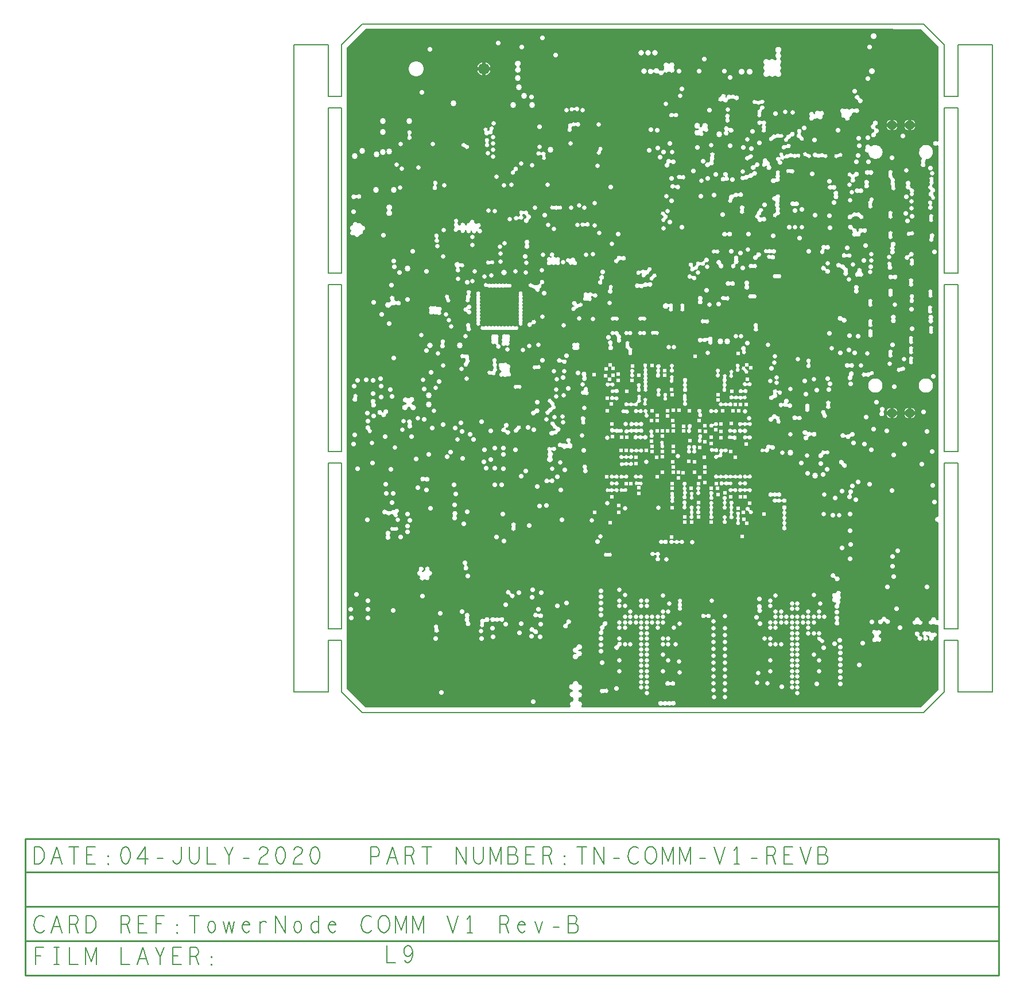
<source format=gbr>
G04 ================== begin FILE IDENTIFICATION RECORD ==================*
G04 Layout Name:  E:/CAD/CAD/FACEBOOK/COM V1/WORK/22-12-20/COM_V1_P2_21-12-2020_4.brd*
G04 Film Name:    COM_V1_P2-L9.gbr*
G04 File Format:  Gerber RS274X*
G04 File Origin:  Cadence Allegro 16.6-2015-S108*
G04 Origin Date:  Fri Dec 25 11:50:53 2020*
G04 *
G04 Layer:  DRAWING FORMAT/FILM_LABEL_OUTLINE*
G04 Layer:  VIA CLASS/GND9*
G04 Layer:  PIN/GND9*
G04 Layer:  ETCH/GND9*
G04 Layer:  BOARD GEOMETRY/OUTLINE*
G04 Layer:  BOARD GEOMETRY/TOOLING_CORNERS*
G04 *
G04 Offset:    (0.000 0.000)*
G04 Mirror:    No*
G04 Mode:      Positive*
G04 Rotation:  0*
G04 FullContactRelief:  No*
G04 UndefLineWidth:     6.000*
G04 ================== end FILE IDENTIFICATION RECORD ====================*
%FSLAX55Y55*MOIN*%
%IR0*IPPOS*OFA0.00000B0.00000*MIA0B0*SFA1.00000B1.00000*%
%ADD12C,.169291*%
%ADD10C,.022*%
%ADD11C,.024*%
%ADD15C,.016*%
%ADD14C,.026*%
%ADD13C,.018*%
%ADD16C,.067*%
%ADD17C,.055118*%
%ADD18C,.005*%
%ADD19C,.006*%
%ADD20C,.01*%
%ADD21C,.02*%
%ADD24C,.032004*%
%ADD28C,.024004*%
%ADD25C,.034004*%
%ADD23C,.026004*%
%ADD29C,.036004*%
%ADD22C,.028004*%
%ADD30C,.067122*%
%ADD27C,.087004*%
%ADD26C,.079004*%
%ADD31C,.082996*%
G75*
%LPD*%
G75*
G36*
G01X13561Y3063D02*
X2826Y13798D01*
Y386316D01*
X2950D01*
X14036Y397403D01*
X319983D01*
X320449Y396937D01*
X336637D01*
X346462Y387112D01*
Y331896D01*
G02X345780Y331612I-400J0D01*
G03Y329626I-987J-993D01*
G02X346462Y329343I282J-284D01*
G01Y113956D01*
G02X346023Y113558I-400J0D01*
G03Y110770I-136J-1394D01*
G02X346462Y110372I39J-398D01*
G01Y53813D01*
G02X345857Y53469I-400J0D01*
G03X345460Y53629I-716J-1203D01*
G02X345152Y54040I91J389D01*
G03X342355Y54057I-1398J76D01*
G02X342024Y53646I-400J-17D01*
G03X343382Y51425I240J-1380D01*
G02X344022I320J-240D01*
G03X345857Y51063I1119J841D01*
G02X346462Y50719I205J-344D01*
G01Y13250D01*
X336275Y3063D01*
X139378D01*
G02X139089Y3740I0J400D01*
G03X137788Y6440I-1156J1106D01*
G02X137395Y7019I-36J398D01*
G03X137509Y8171I-1427J723D01*
G02X137912Y8678I385J107D01*
G03X137892Y11874I72J1599D01*
G02X137478Y12360I-23J399D01*
G03X137516Y12689I-1562J347D01*
G02X137960Y13082I400J-4D01*
G03X137918Y16257I179J1590D01*
G02X137462Y16671I-55J396D01*
G03X134266Y16836I-1599J70D01*
G02X133811Y16464I-399J24D01*
G03X133858Y13302I-223J-1585D01*
G02X134324Y12868I67J-394D01*
G03X134326Y12528I1592J-161D01*
G02X133932Y12084I-397J-45D01*
G03X134080Y8888I18J-1600D01*
G02X134483Y8340I32J-399D01*
G03X134537Y7024I1484J-598D01*
G02X134165Y6445I-357J-179D01*
G03X132950Y3740I-59J-1599D01*
G02X132661Y3063I-289J-277D01*
G01X13561D01*
G37*
%LPC*%
G75*
G36*
G01X248614Y369900D02*
G03X247977I-318J-242D01*
G02X245454Y372423I-1432J1091D01*
G03Y373059I-242J318D01*
G02Y375923I1091J1432D01*
G03Y376559I-242J318D01*
G02X247977Y379082I1091J1432D01*
G03X248614I318J242D01*
G02X251477I1432J-1091D01*
G03X252114I318J242D01*
G02X252454Y379423I1432J-1091D01*
G03Y380059I-242J318D01*
G02Y382923I1091J1432D01*
G03Y383559I-242J318D01*
G02X254636I1091J1432D01*
G03Y382923I242J-318D01*
G02Y380059I-1091J-1432D01*
G03Y379423I242J-318D01*
G02Y376559I-1091J-1432D01*
G03Y375923I242J-318D01*
G02Y373059I-1091J-1432D01*
G03Y372423I242J-318D01*
G02X252114Y369900I-1091J-1432D01*
G03X251477I-318J-242D01*
G02X248614I-1432J1091D01*
G37*
G36*
G01X224750Y356171D02*
G03X224317Y355777I-33J-399D01*
G02X221650Y355196I-1400J15D01*
G03X221001Y355306I-362J-170D01*
G02X219903Y357680I-1003J977D01*
G03X220275Y358082I-27J399D01*
G02X222930Y357470I1400J10D01*
G03X223085Y357182I179J-89D01*
G02X223235Y357156I-167J-1390D01*
G03X223479Y357377I45J195D01*
G02X225733Y358666I1387J189D01*
G03X226258Y358692I248J314D01*
G02X228423Y358409I969J-1010D01*
G03X228689Y358337I171J104D01*
G02X228158Y356377I665J-1232D01*
G03X227892Y356449I-171J-104D01*
G02X226360Y356582I-665J1232D01*
G03X225836Y356556I-248J-314D01*
G02X224750Y356171I-969J1010D01*
G37*
G36*
G01X300772Y357203D02*
G03X301164Y356724I392J-79D01*
G02X299790Y355600I-1J-1400D01*
G03X299398Y356079I-392J79D01*
G02X300772Y357203I1J1400D01*
G37*
G36*
G01X243700Y353691D02*
G03X243188Y353557I-180J-357D01*
G02X241019Y353575I-1079J726D01*
G03X240457Y353686I-335J-218D01*
G02X240809Y355465I-738J1070D01*
G03X241371Y355354I335J218D01*
G02X242696Y355444I738J-1071D01*
G03X243208Y355577I180J357D01*
G02X243700Y353691I1079J-726D01*
G37*
G36*
G01X274605Y344876D02*
G03X274117Y344661I-124J-380D01*
G02X271804Y346180I-1275J579D01*
G03Y346717I-296J269D01*
G02X274242Y347687I1037J941D01*
G03X274516Y347505I200J4D01*
G02X274656Y347553I524J-1298D01*
G03X274940Y348012I-110J385D01*
G02X277328Y349241I1376J261D01*
G03X277875Y349211I289J276D01*
G02X279379Y346877I903J-1070D01*
G03X279179Y346369I172J-361D01*
G02X276668Y345146I-1302J-514D01*
G03X276038Y345225I-345J-202D01*
G02X274605Y344876I-998J982D01*
G37*
G36*
G01X133472Y339942D02*
G03X133377Y339359I219J-335D01*
G02X131646Y339642I-1020J-806D01*
G03X131742Y340224I-219J335D01*
G02X133285Y342221I1020J806D01*
G03X133541Y342309I80J183D01*
G02X135663Y342543I1142J-621D01*
G03X136263Y342540I301J263D01*
G02X136254Y340820I971J-865D01*
G03X135654Y340824I-301J-263D01*
G02X134160Y340498I-971J864D01*
G03X133904Y340410I-80J-183D01*
G02X133472Y339942I-1142J621D01*
G37*
G36*
G01X244327Y341074D02*
G03X244344Y341681I-252J311D01*
G02X244237Y341790I873J963D01*
G03X243635Y341791I-302J-263D01*
G02X243639Y343504I-976J859D01*
G03X244241Y343503I302J263D01*
G02X246036Y341635I976J-859D01*
G03X246019Y341028I252J-311D01*
G02X246112Y339194I-873J-963D01*
G03X246113Y338925I149J-134D01*
G02X244186Y338919I-960J-877D01*
G03X244186Y339188I-149J134D01*
G02X244327Y341074I960J876D01*
G37*
G36*
G01X84921Y337605D02*
G03X85211Y337689I108J168D01*
G02X85737Y338265I1179J-548D01*
G03X85898Y338781I-201J346D01*
G02X87727Y338211I1176J554D01*
G03X87566Y337695I201J-346D01*
G02X85828Y335968I-1176J-554D01*
G03X85317Y335820I-173J-361D01*
G02X83039Y337064I-1101J692D01*
G03X82902Y337565I-362J170D01*
G02X84734Y337952I730J1076D01*
G03X84812Y337669I170J-106D01*
G02X84921Y337605I-596J-1156D01*
G37*
G36*
G01X265889Y333314D02*
G03X265507Y333690I-399J-24D01*
G02X264748Y336224I61J1399D01*
G03X264799Y336829I-234J324D01*
G02X266535Y336728I924J914D01*
G03X266514Y336120I250J-312D01*
G02X266968Y335083I-946J-1032D01*
G03X267326Y334684I400J-1D01*
G02X265889Y333314I-139J-1293D01*
G37*
G36*
G01X250977Y333157D02*
G03X250544Y332864I-47J-397D01*
G02X249357Y334502I-1255J340D01*
G03X249770Y334823I21J399D01*
G02X251876Y335741I1373J-276D01*
G03X252148Y335802I105J170D01*
G02X254160Y336005I1088J-712D01*
G03X254431Y335993I142J141D01*
G02X254346Y334084I839J-994D01*
G03X254075Y334096I-142J-141D01*
G02X252631Y333940I-839J994D01*
G03X252363Y333861I-93J-177D01*
G02X250977Y333157I-1220J687D01*
G37*
G36*
G01X259582Y333089D02*
G03X259400Y332874I17J-199D01*
G02X257907Y334060I-1296J-99D01*
G03X258075Y334286I-30J198D01*
G02X259817Y335838I1386J197D01*
G03X260317Y336180I102J387D01*
G02X261352Y334669I1391J-156D01*
G03X260852Y334327I-102J-387D01*
G02X259582Y333089I-1391J156D01*
G37*
G36*
G01X71492Y328191D02*
G03X71042Y328467I-382J-118D01*
G02X72064Y330133I-220J1281D01*
G03X72514Y329857I382J118D01*
G02X71492Y328191I220J-1281D01*
G37*
G36*
G01X150729Y326264D02*
G03X150513Y325723I147J-372D01*
G02X148856Y326385I-1179J-548D01*
G03X149071Y326925I-147J372D01*
G02X150729Y326264I1179J548D01*
G37*
G36*
G01X270362Y324792D02*
G03X270890Y324559I376J137D01*
G02X270164Y322909I494J-1203D01*
G03X269636Y323142I-376J-137D01*
G02X270362Y324792I-494J1203D01*
G37*
G36*
G01X279992Y324460D02*
G03X280266Y324394I170J105D01*
G02X279841Y322601I679J-1109D01*
G03X279566Y322666I-170J-105D01*
G02X278230Y322652I-680J1108D01*
G03X277967Y322597I-101J-173D01*
G02X275820Y322656I-1054J762D01*
G03X275554Y322723I-168J-108D01*
G02X276101Y324620I-681J1224D01*
G03X276361Y324536I175J96D01*
G02X277570Y324481I552J-1177D01*
G03X277833Y324537I101J173D01*
G02X279992Y324460I1054J-762D01*
G37*
G36*
G01X288943Y322795D02*
G03X288395Y322628I-193J-350D01*
G02X287866Y324362I-1156J595D01*
G03X288415Y324529I193J350D01*
G02X288943Y322795I1156J-595D01*
G37*
G36*
G01X306900Y329141D02*
G03X307518Y328946I380J126D01*
G02X305886Y325028I2475J-3331D01*
G03X305411Y325363I-396J-57D01*
G02X304357Y327664I-255J1275D01*
G03X304401Y327931I-123J158D01*
G02X306900Y329141I1170J769D01*
G37*
G36*
G01X237286Y321724D02*
G03X236836Y321489I-82J-392D01*
G02X235833Y323406I-1289J547D01*
G03X236283Y323642I82J392D01*
G02X237286Y321724I1289J-547D01*
G37*
G36*
G01X336658Y319142D02*
G03Y319416I-145J137D01*
G02X336920Y321559I1017J962D01*
G03X336935Y322223I-215J337D01*
G02X339337Y321466I2390J3393D01*
G03X338969Y320913I1J-400D01*
G02X338691Y319416I-1294J-534D01*
G03Y319142I145J-137D01*
G02X336658I-1017J-963D01*
G37*
G36*
G01X212883Y319451D02*
G03X213398Y319706I134J377D01*
G02X213929Y320427I1334J-427D01*
G03X214013Y321004I-229J328D01*
G02X214102Y322851I1095J873D01*
G03X214140Y323363I-287J278D01*
G02X216282Y323207I1136J818D01*
G03X216244Y322695I287J-278D01*
G02X215910Y320729I-1136J-818D01*
G03X215826Y320152I229J-328D01*
G02X214262Y317959I-1095J-873D01*
G03X213748Y317704I-134J-377D01*
G02X212883Y319451I-1334J427D01*
G37*
G36*
G01X248671Y318281D02*
G03X248829Y317780I367J-160D01*
G02X246888Y317289I-730J-1195D01*
G03X246799Y317571I-173J101D01*
G02X246702Y317621I589J1270D01*
G03X246436Y317556I-98J-174D01*
G02X244604Y319331I-1091J707D01*
G03X244712Y319877I-228J329D01*
G02X247288Y320621I1176J760D01*
G03X247621Y320222I400J-4D01*
G02X248671Y318281I-233J-1381D01*
G37*
G36*
G01X260241Y315534D02*
G03X260756Y315516I268J297D01*
G02X260613Y313440I863J-1102D01*
G03X260100Y313493I-287J-278D01*
G02X260241Y315534I-730J1076D01*
G37*
G36*
G01X306475Y312748D02*
G03X306200I-138J-145D01*
G02Y314781I-962J1017D01*
G03X306475I137J145D01*
G02Y312748I962J-1017D01*
G37*
G36*
G01X196898Y312118D02*
G03X197420Y312086I279J287D01*
G02X197294Y309972I851J-1112D01*
G03X196772Y310003I-279J-287D01*
G02X196898Y312118I-851J1112D01*
G37*
G36*
G01X234484Y309777D02*
G03X233981Y309645I-174J-360D01*
G02X233442Y311705I-1150J799D01*
G03X233945Y311836I174J360D01*
G02X235739Y312280I1150J-799D01*
G03X236291Y312480I184J355D01*
G02X237934Y313289I1289J-546D01*
G03X238421Y313570I101J387D01*
G02X239418Y311846I1351J-369D01*
G03X238931Y311564I-101J-387D01*
G02X236936Y310691I-1351J369D01*
G03X236384Y310491I-184J-355D01*
G02X234484Y309777I-1289J546D01*
G37*
G36*
G01X297823Y310429D02*
G03Y310154I145J-137D01*
G02X295790I-1017J-962D01*
G03Y310429I-145J138D01*
G02X295434Y311114I1017J963D01*
G03X295202Y311270I-196J-40D01*
G02X296218Y312890I-238J1278D01*
G03X296461Y312748I193J52D01*
G02X297140Y312752I346J-1357D01*
G03X297626Y313058I95J389D01*
G02X298663Y311408I1370J-289D01*
G03X298176Y311102I-95J-389D01*
G02X297823Y310429I-1370J289D01*
G37*
G36*
G01X252503Y308477D02*
G03X251934Y308306I-208J-342D01*
G02X251457Y310065I-1265J601D01*
G03X252034Y310206I225J331D01*
G02X252219Y310466I1144J-618D01*
G03X252221Y310734I-147J135D01*
G02X252229Y312466I974J862D01*
G03X252247Y312982I-297J268D01*
G02X254233Y312915I1021J805D01*
G03X254216Y312400I297J-268D01*
G02X254154Y310717I-1021J-805D01*
G03X254152Y310450I147J-135D01*
G02X252503Y308477I-974J-862D01*
G37*
G36*
G01X305855Y307126D02*
G03Y306851I145J-137D01*
G02X303821I-1017J-963D01*
G03Y307126I-145J137D01*
G02X305855I1017J963D01*
G37*
G36*
G01X284916Y304100D02*
G03X284641I-137J-145D01*
G02Y306133I-962J1017D01*
G03X284916I138J145D01*
G02Y304100I962J-1017D01*
G37*
G36*
G01X321063Y306270D02*
G03X321139Y305677I302J-263D01*
G02X319382Y305407I-735J-1073D01*
G03X319276Y305995I-315J247D01*
G02X318990Y308151I731J1194D01*
G03Y308426I-145J137D01*
G02X318692Y309868I1017J963D01*
G03X318402Y310396I-376J137D01*
G02X317729Y312548I281J1269D01*
G03Y313092I-294J272D01*
G02X319637I954J883D01*
G03Y312548I294J-272D01*
G02X319926Y311282I-954J-883D01*
G03X320241Y310769I382J-118D01*
G02X321024Y308426I-234J-1381D01*
G03Y308151I145J-137D01*
G02X321063Y306270I-1017J-962D01*
G37*
G36*
G01X300568Y302116D02*
G03X300293I-137J-145D01*
G02Y304150I-962J1017D01*
G03X300568I138J145D01*
G02Y302116I962J-1017D01*
G37*
G36*
G01X288067Y300850D02*
G03Y300575I145J-137D01*
G02X286033I-1017J-962D01*
G03Y300850I-145J138D01*
G02X288067I1017J962D01*
G37*
G36*
G01X263186Y294518D02*
G03X262911I-137J-145D01*
G02Y296552I-963J1017D01*
G03X263186I137J145D01*
G02Y294518I962J-1017D01*
G37*
G36*
G01X307967Y295375D02*
G03Y294832I294J-272D01*
G02X306059I-954J-883D01*
G03Y295375I-294J272D01*
G02X306427Y297419I954J883D01*
G03X306524Y297668I-90J179D01*
G02X308329Y296960I1219J453D01*
G03X308232Y296712I90J-179D01*
G02X307967Y295375I-1219J-453D01*
G37*
G36*
G01X125961Y292322D02*
G03X125442Y292316I-256J-307D01*
G02X123660Y292381I-856J978D01*
G03X123110Y292399I-285J-281D01*
G02X123172Y294285I-863J973D01*
G03X123722Y294267I285J281D01*
G02X125419Y294292I863J-972D01*
G03X125938Y294298I256J307D01*
G02X125961Y292322I856J-978D01*
G37*
G36*
G01X233528Y292461D02*
G03Y291921I295J-270D01*
G02X231463I-1033J-945D01*
G03Y292461I-295J270D01*
G02X233528I1033J945D01*
G37*
G36*
G01X28686Y292140D02*
G03Y291511I247J-314D01*
G02X26582I-1052J-1336D01*
G03Y292140I-247J314D01*
G02X28686I1052J1336D01*
G37*
G36*
G01X251767Y290218D02*
G03X251984Y290389I19J199D01*
G02X252327Y291100I1287J-182D01*
G03X252319Y291658I-291J275D01*
G02X252122Y293244I919J919D01*
G03X252023Y293765I-343J205D01*
G02X251906Y295878I857J1107D01*
G03X251942Y296413I-278J287D01*
G02X251664Y297031I1100J866D01*
G03X251267Y297360I-394J-71D01*
G02X251484Y299941I-9J1300D01*
G03X251934Y300211I70J394D01*
G02X254179Y298716I1331J-433D01*
G03X254129Y298161I261J-303D01*
G02X254016Y296273I-1087J-882D01*
G03X253980Y295738I278J-287D01*
G02X254034Y294079I-1100J-866D01*
G03X254099Y293552I330J-227D01*
G02X254183Y291684I-860J-975D01*
G03X254191Y291126I291J-275D01*
G02X253147Y288913I-919J-919D01*
G03X252930Y288742I-19J-199D01*
G02X251767Y290218I-1287J182D01*
G37*
G36*
G01X319680Y289390D02*
G03X319680Y288877I307J-257D01*
G02X317686Y288877I-997J-834D01*
G03X317686Y289390I-307J257D01*
G02X319680Y289390I997J834D01*
G37*
G36*
G01X242074Y291532D02*
G03X242229Y291763I-42J195D01*
G02X243869Y290741I1280J227D01*
G03X243731Y290501I55J-192D01*
G02X242762Y288819I-1359J-337D01*
G03X242624Y288576I56J-192D01*
G02X242666Y288187I-1257J-331D01*
G03X243039Y287770I400J-18D01*
G02X243799Y287482I-94J-1397D01*
G03X244075Y287514I122J158D01*
G02X244301Y285514I1081J-890D01*
G03X244025Y285483I-122J-158D01*
G02X241552Y286517I-1081J890D01*
G03X241204Y286955I-398J41D01*
G02X240923Y289467I163J1290D01*
G03X241044Y289719I-68J188D01*
G02X242074Y291532I1328J445D01*
G37*
G36*
G01X188457Y286794D02*
G03X188160Y286358I100J-387D01*
G02X186544Y287458I-1290J-159D01*
G03X186840Y287894I-100J387D01*
G02X186835Y288160I1290J159D01*
G03X186456Y288592I-399J33D01*
G02X187816Y289784I64J1299D01*
G03X188195Y289351I399J-33D01*
G02X188457Y286794I-64J-1299D01*
G37*
G36*
G01X343259Y287501D02*
G03Y286958I294J-272D01*
G02X341351I-954J-883D01*
G03Y287501I-294J272D01*
G02X343259I954J883D01*
G37*
G36*
G01X330563Y277293D02*
G03X330299Y277253I-109J-168D01*
G02X330006Y279169I-1003J827D01*
G03X330270Y279209I109J168D01*
G02X330563Y277293I1003J-827D01*
G37*
G36*
G01X319637Y277659D02*
G03Y277115I294J-272D01*
G02X317729I-954J-883D01*
G03Y277659I-294J272D01*
G02X319637I954J883D01*
G37*
G36*
G01X343730Y276012D02*
G03X343634Y275480I243J-318D01*
G02X341600Y275847I-1184J-747D01*
G03X341696Y276378I-243J318D01*
G02X343730Y276012I1184J747D01*
G37*
G36*
G01X106611Y271775D02*
G03X106617Y272340I-280J285D01*
G02X108598Y272320I1001J979D01*
G03X108593Y271755I280J-285D01*
G02X106611Y271775I-1001J-979D01*
G37*
G36*
G01X249442Y268869D02*
G03X250034Y268832I313J249D01*
G02X249925Y267091I908J-931D01*
G03X249333Y267128I-313J-249D01*
G02X247559Y267089I-908J931D01*
G03X247292I-133J-149D01*
G02Y269028I-867J969D01*
G03X247559I133J149D01*
G02X249442Y268869I867J-969D01*
G37*
G36*
G01X217028Y268744D02*
G03X217308Y268733I145J138D01*
G02X217239Y266877I875J-962D01*
G03X216959Y266887I-145J-138D01*
G02X217028Y268744I-875J962D01*
G37*
G36*
G01X320802Y268727D02*
G03Y268452I145J-137D01*
G02X318769I-1017J-963D01*
G03Y268727I-145J137D01*
G02X318976Y270831I1017J962D01*
G03X319082Y271372I-231J326D01*
G02X321075Y270978I1183J749D01*
G03X320969Y270438I231J-326D01*
G02X320802Y268727I-1183J-749D01*
G37*
G36*
G01X249168Y265592D02*
G03X249446Y265568I152J131D01*
G02X249214Y263642I887J-1084D01*
G03X248938Y263685I-160J-120D01*
G02X249168Y265592I-755J1058D01*
G37*
G36*
G01X242037Y264667D02*
G03X241603Y264267I-34J-399D01*
G02X240322Y265659I-1400J-4D01*
G03X240755Y266058I34J399D01*
G02X242037Y264667I1400J4D01*
G37*
G36*
G01X161221Y262607D02*
G03X160850Y262219I29J-399D01*
G02X159350Y263653I-1400J38D01*
G03X159721Y264042I-29J399D01*
G02X162140Y264963I1400J-38D01*
G03X162700Y264940I291J274D01*
G02X162618Y262942I938J-1039D01*
G03X162059Y262965I-291J-274D01*
G02X161221Y262607I-938J1039D01*
G37*
G36*
G01X86593Y260569D02*
G03X86022Y260530I-267J-298D01*
G02X85900Y262345I-988J845D01*
G03X86471Y262383I267J298D01*
G02X86593Y260569I988J-845D01*
G37*
G36*
G01X135536Y262810D02*
G03X135820Y262333I390J-91D01*
G02X134513Y260207I-342J-1254D01*
G03X133949Y260237I-297J-268D01*
G02X131786Y261107I-867J969D01*
G03X131401Y261476I-399J-31D01*
G02X132444Y263612I48J1299D01*
G03X133108Y263689I306J257D01*
G02X135536Y262810I1162J-584D01*
G37*
G36*
G01X332107Y261799D02*
G03X332096Y261532I144J-139D01*
G02X330160Y261610I-1003J-827D01*
G03X330170Y261877I-144J139D01*
G02X332107Y261799I1003J827D01*
G37*
G36*
G01X218994Y259689D02*
G03X218698Y260166I-390J89D01*
G02X220393Y261215I330J1361D01*
G03X220689Y260737I390J-89D01*
G02X218994Y259689I-330J-1361D01*
G37*
G36*
G01X239033Y258290D02*
G03X238522I-256J-308D01*
G02Y260444I-895J1077D01*
G03X239033I255J308D01*
G02Y258290I894J-1077D01*
G37*
G36*
G01X319130Y259928D02*
G03X319186Y259650I166J-111D01*
G02X317301Y259333I-773J-1167D01*
G03X317263Y259614I-159J122D01*
G02X319130Y259928I786J1036D01*
G37*
G36*
G01X293748Y256272D02*
G03Y255997I145J-137D01*
G02X291714I-1017J-963D01*
G03Y256272I-145J137D01*
G02X291334Y257151I1017J963D01*
G03X290941Y257527I-399J-24D01*
G02X289682Y258360I22J1400D01*
G03X289155Y258564I-366J-162D01*
G02X289871Y260413I-564J1281D01*
G03X290398Y260209I366J162D01*
G02X292360Y259011I564J-1281D01*
G03X292753Y258634I399J24D01*
G02X293748Y256272I-22J-1400D01*
G37*
G36*
G01X299093Y255820D02*
G03X299389Y256365I-73J393D01*
G02X301934Y256264I1295J532D01*
G03X302126Y255719I357J-181D01*
G02X300587Y253426I-576J-1276D01*
G03X300312I-137J-145D01*
G02X299093Y255820I-963J1017D01*
G37*
G36*
G01X253110Y252390D02*
G03X252599I-255J-308D01*
G02Y254544I-895J1077D01*
G03X253110I255J308D01*
G02Y252390I895J-1077D01*
G37*
G36*
G01X320362Y252060D02*
G03X319803I-280J-286D01*
G02Y254062I-979J1001D01*
G03X320362I280J286D01*
G02Y252060I979J-1001D01*
G37*
G36*
G01X181627Y252585D02*
G03X181228Y252174I1J-400D01*
G02X179925Y253438I-1300J-36D01*
G03X180324Y253849I-1J400D01*
G02X181627Y252585I1300J36D01*
G37*
G36*
G01X225397Y250145D02*
G03X225983Y250133I298J266D01*
G02X225946Y248228I1007J-973D01*
G03X225359Y248239I-298J-266D01*
G02X225397Y250145I-1007J973D01*
G37*
G36*
G01X331709Y250085D02*
G03Y249571I307J-257D01*
G02X329561I-1074J-899D01*
G03Y250085I-307J257D01*
G02X331709I1074J899D01*
G37*
G36*
G01X86576Y248897D02*
G03X86847I136J147D01*
G02X88544I848J-918D01*
G03X88816I136J147D01*
G02X90512I848J-918D01*
G03X90784I136J147D01*
G02X92480Y248897I848J-918D01*
G03X92751I136J147D01*
G02X94448Y248897I848J-919D01*
G03X94719I136J147D01*
G02X96416Y248896I848J-918D01*
G03X96688I136J147D01*
G02Y247060I849J-918D01*
G03X96416I-136J-147D01*
G02X94719Y247060I-849J918D01*
G03X94448I-136J-147D01*
G02X92751Y247060I-848J918D01*
G03X92480I-136J-147D01*
G02X90784Y247060I-848J919D01*
G03X90512I-136J-147D01*
G02X88816I-848J918D01*
G03X88544I-136J-147D01*
G02X86847I-848J918D01*
G03X86576I-136J-147D01*
G02X84704Y247261I-848J918D01*
G03X84432Y247315I-164J-115D01*
G02X84782Y249085I-674J1053D01*
G03X85054Y249032I164J115D01*
G02X86576Y248897I674J-1053D01*
G37*
G36*
G01X175964Y247366D02*
G03X175439Y247171I-164J-365D01*
G02X173128Y246837I-1266J598D01*
G03X172576Y246880I-298J-266D01*
G02X172732Y248895I-888J1082D01*
G03X173284Y248852I298J266D01*
G02X174746Y249047I888J-1082D01*
G03X175271Y249241I164J365D01*
G02X177495Y249664I1266J-598D01*
G03X178055Y249675I274J292D01*
G02X178096Y247674I1000J-980D01*
G03X177536Y247663I-274J-292D01*
G02X175964Y247366I-1000J981D01*
G37*
G36*
G01X236238Y248658D02*
G03X236261Y248088I291J-274D01*
G02X234302Y248009I-939J-1038D01*
G03X234279Y248580I-291J274D01*
G02X236238Y248658I939J1038D01*
G37*
G36*
G01X299848Y245989D02*
G03Y245714I145J-137D01*
G02X297814I-1017J-963D01*
G03Y245989I-145J137D01*
G02X299848I1017J963D01*
G37*
G36*
G01X157015Y246254D02*
G03X156963Y245660I239J-320D01*
G02X155164Y245862I-1019J-960D01*
G03X155246Y246454I-223J332D01*
G02X157015Y246254I990J842D01*
G37*
G36*
G01X319757Y244179D02*
G03Y243666I307J-257D01*
G02X317609I-1074J-899D01*
G03Y244179I-307J257D01*
G02X319757I1074J898D01*
G37*
G36*
G01X342757Y243655D02*
G03X342773Y243076I284J-281D01*
G02X340979Y243026I-870J-966D01*
G03X340962Y243604I-284J281D01*
G02X342757Y243655I870J966D01*
G37*
G36*
G01X238772Y240635D02*
G03X238261I-255J-308D01*
G02Y242790I-895J1077D01*
G03X238772I255J308D01*
G02Y240635I895J-1077D01*
G37*
G36*
G01X222553Y241751D02*
G03X223072Y241719I278J287D01*
G02X222940Y239594I842J-1119D01*
G03X222422Y239626I-278J-287D01*
G02X222553Y241751I-842J1119D01*
G37*
G36*
G01X74377Y240686D02*
G03X74292Y240179I259J-304D01*
G02X72328Y240508I-1120J-660D01*
G03X72414Y241016I-259J304D01*
G02X72781Y242736I1120J660D01*
G03X72852Y243324I-232J326D01*
G02X74587Y243116I982J852D01*
G03X74516Y242527I232J-326D01*
G02X74377Y240686I-982J-852D01*
G37*
G36*
G01X62271Y241062D02*
G03X62457Y240534I363J-169D01*
G02X60703Y239916I-574J-1166D01*
G03X60517Y240443I-363J169D01*
G02X62271Y241062I574J1166D01*
G37*
G36*
G01X330238Y240198D02*
G03X330260Y240808I-247J314D01*
G02X331939Y240747I875J961D01*
G03X331917Y240137I247J-314D01*
G02X330238Y240198I-875J-961D01*
G37*
G36*
G01X209246Y239727D02*
G03Y239452I145J-138D01*
G02X207212I-1017J-962D01*
G03Y239727I-145J137D01*
G02X209246I1017J962D01*
G37*
G36*
G01X307967Y238289D02*
G03Y237745I294J-272D01*
G02X306059I-954J-883D01*
G03Y238289I-294J272D01*
G02X307967I954J883D01*
G37*
G36*
G01X135255Y236105D02*
G03X135058Y236320I-199J15D01*
G02X136475Y237688I17J1400D01*
G03X136799Y237286I400J-9D01*
G02X137039Y237215I-247J-1276D01*
G03X137551Y237416I150J371D01*
G02X138241Y235659I1177J-552D01*
G03X137729Y235458I-150J-371D01*
G02X136396Y234719I-1177J552D01*
G03X135951Y234377I-48J-397D01*
G02X135000Y235813I-1288J180D01*
G03X135252Y236006I52J193D01*
G02X135255Y236105I1300J3D01*
G37*
G36*
G01X198814Y235589D02*
G03Y235033I288J-278D01*
G02X196944I-935J-903D01*
G03Y235589I-288J278D01*
G02X198814I935J903D01*
G37*
G36*
G01X342643Y234352D02*
G03Y233808I294J-272D01*
G02X340735I-954J-883D01*
G03Y234352I-294J272D01*
G02X342643I954J883D01*
G37*
G36*
G01X73222Y234007D02*
G03X73496Y233809I200J-12D01*
G02X72685Y232465I482J-1208D01*
G03X72201Y232814I-398J-42D01*
G02X72210Y235353I-277J1270D01*
G03X72697Y235712I88J390D01*
G02X73494Y234413I1296J-99D01*
G03X73218Y234209I-77J-185D01*
G02X73222Y234007I-1294J-125D01*
G37*
G36*
G01X174325Y229793D02*
G03X174854Y229787I268J297D01*
G02X174831Y227837I849J-985D01*
G03X174302Y227843I-268J-297D01*
G02X174325Y229793I-849J985D01*
G37*
G36*
G01X158325D02*
G03X158854Y229787I268J297D01*
G02X158831Y227837I849J-985D01*
G03X158302Y227843I-268J-297D01*
G02X158325Y229793I-849J985D01*
G37*
G36*
G01X290789Y229405D02*
G03X291326Y229131I388J97D01*
G02X290488Y227490I520J-1300D01*
G03X289951Y227764I-388J-97D01*
G02X290789Y229405I-520J1300D01*
G37*
G36*
G01X321410Y228808D02*
G03Y228533I145J-137D01*
G02X319376I-1017J-963D01*
G03Y228808I-145J137D01*
G02X321410I1017J963D01*
G37*
G36*
G01X343113Y228644D02*
G03Y228369I145J-137D01*
G02X341080I-1017J-963D01*
G03Y228644I-145J137D01*
G02X343113I1017J963D01*
G37*
G36*
G01X210709Y228293D02*
G03X211240Y228281I272J293D01*
G02X211195Y226187I907J-1067D01*
G03X210664Y226199I-272J-293D01*
G02X210709Y228293I-907J1067D01*
G37*
G36*
G01X104855Y226957D02*
G03Y226686I147J-136D01*
G02X103018I-918J-848D01*
G03Y226957I-147J136D01*
G02Y228654I918J848D01*
G03Y228925I-147J136D01*
G02X103018Y230622I918J848D01*
G03Y230893I-147J136D01*
G02X103018Y232590I919J848D01*
G03Y232861I-147J136D01*
G02Y234558I918J848D01*
G03Y234829I-147J136D01*
G02Y236526I918J848D01*
G03Y236797I-147J136D01*
G02X103018Y238494I918J848D01*
G03Y238765I-147J136D01*
G02X103018Y240462I919J848D01*
G03Y240733I-147J136D01*
G02Y242430I918J848D01*
G03Y242701I-147J136D01*
G02X104855I918J848D01*
G03Y242430I147J-136D01*
G02Y240733I-918J-848D01*
G03Y240462I147J-136D01*
G02X104855Y238765I-918J-848D01*
G03Y238494I147J-136D01*
G02X104855Y236797I-919J-848D01*
G03Y236526I147J-136D01*
G02Y234829I-918J-848D01*
G03Y234558I147J-136D01*
G02Y232861I-918J-848D01*
G03Y232590I147J-136D01*
G02X104855Y230893I-918J-848D01*
G03Y230622I147J-136D01*
G02X104855Y228925I-919J-848D01*
G03Y228654I147J-136D01*
G02Y226957I-918J-848D01*
G37*
G36*
G01X80247Y226955D02*
G03Y226683I147J-136D01*
G02X78414I-916J-850D01*
G03Y226955I-147J136D01*
G02X78412Y228654I916J850D01*
G03Y228925I-147J136D01*
G02X78412Y230622I918J848D01*
G03Y230893I-147J136D01*
G02X78412Y232590I919J848D01*
G03Y232861I-147J136D01*
G02Y234558I918J848D01*
G03Y234829I-147J136D01*
G02Y236526I918J848D01*
G03Y236797I-147J136D01*
G02X78412Y238494I918J848D01*
G03Y238765I-147J136D01*
G02X78412Y240462I919J848D01*
G03Y240733I-147J136D01*
G02Y242430I918J848D01*
G03Y242701I-147J136D01*
G02X80249I918J848D01*
G03Y242430I147J-136D01*
G02Y240733I-918J-848D01*
G03Y240462I147J-136D01*
G02X80249Y238765I-918J-848D01*
G03Y238494I147J-136D01*
G02X80249Y236797I-919J-848D01*
G03Y236526I147J-136D01*
G02Y234829I-918J-848D01*
G03Y234558I147J-136D01*
G02Y232861I-918J-848D01*
G03Y232590I147J-136D01*
G02X80249Y230893I-918J-848D01*
G03Y230622I147J-136D01*
G02X80249Y228925I-919J-848D01*
G03Y228654I147J-136D01*
G02X80247Y226955I-918J-848D01*
G37*
G36*
G01X307967Y226478D02*
G03Y225934I294J-272D01*
G02X306059I-954J-883D01*
G03Y226478I-294J272D01*
G02X307967I954J883D01*
G37*
G36*
G01X82639Y224291D02*
G03X82910I136J147D01*
G02X84607I848J-918D01*
G03X84878I136J147D01*
G02X86575I848J-918D01*
G03X86847I136J147D01*
G02X88543Y224291I848J-918D01*
G03X88814I136J147D01*
G02X90511Y224291I848J-919D01*
G03X90782I136J147D01*
G02X92479I848J-918D01*
G03X92750I136J147D01*
G02X94447Y224291I848J-918D01*
G03X94718I136J147D01*
G02X96415Y224291I848J-919D01*
G03X96686I136J147D01*
G02X98383I848J-918D01*
G03X98654I136J147D01*
G02X100351I848J-918D01*
G03X100623I136J147D01*
G02Y222454I848J-918D01*
G03X100351I-136J-147D01*
G02X98654I-848J918D01*
G03X98383I-136J-147D01*
G02X96686I-848J918D01*
G03X96415I-136J-147D01*
G02X94718Y222454I-848J918D01*
G03X94447I-136J-147D01*
G02X92750Y222454I-848J919D01*
G03X92479I-136J-147D01*
G02X90782I-848J918D01*
G03X90511I-136J-147D01*
G02X88814Y222454I-848J918D01*
G03X88543I-136J-147D01*
G02X86847Y222454I-848J919D01*
G03X86575I-136J-147D01*
G02X84878I-848J918D01*
G03X84607I-136J-147D01*
G02X82910I-848J918D01*
G03X82639I-136J-147D01*
G02Y224291I-848J918D01*
G37*
G36*
G01X72609Y223505D02*
G03X72532Y224028I-335J218D01*
G02X74612Y224333I906J1068D01*
G03X74689Y223810I335J-218D01*
G02X72609Y223505I-906J-1068D01*
G37*
G36*
G01X239486Y223502D02*
G03X239474Y224039I-302J262D01*
G02X241550Y224082I1018J961D01*
G03X241562Y223546I302J-262D01*
G02X239486Y223502I-1018J-961D01*
G37*
G36*
G01X343259Y222541D02*
G03Y221997I294J-272D01*
G02X341351I-954J-883D01*
G03Y222541I-294J272D01*
G02X343259I954J883D01*
G37*
G36*
G01X181623Y221541D02*
G03X182152Y221535I268J297D01*
G02X182129Y219585I849J-985D01*
G03X181600Y219591I-268J-297D01*
G02X181623Y221541I-849J985D01*
G37*
G36*
G01X174222Y221421D02*
G03X174751Y221415I268J297D01*
G02X174728Y219465I849J-985D01*
G03X174199Y219471I-268J-297D01*
G02X174222Y221421I-849J985D01*
G37*
G36*
G01X166222D02*
G03X166751Y221415I268J297D01*
G02X166728Y219465I849J-985D01*
G03X166199Y219471I-268J-297D01*
G02X166222Y221421I-849J985D01*
G37*
G36*
G01X308087Y220557D02*
G03Y220044I307J-257D01*
G02X305939I-1074J-899D01*
G03Y220557I-307J257D01*
G02X308087I1074J899D01*
G37*
G36*
G01X162061Y217506D02*
G03X162067Y216995I311J-252D01*
G02X159913Y216970I-1067J-907D01*
G03X159907Y217481I-311J252D01*
G02X159606Y218688I1067J907D01*
G03X159306Y219164I-391J86D01*
G02X158728Y219465I294J1266D01*
G03X158199Y219471I-268J-297D01*
G02X158222Y221421I-849J985D01*
G03X158751Y221415I268J297D01*
G02X160884Y220225I849J-985D01*
G03X161211Y219768I395J-63D01*
G02X162061Y217506I-238J-1380D01*
G37*
G36*
G01X331589Y216635D02*
G03Y216092I294J-272D01*
G02X329681I-954J-883D01*
G03Y216635I-294J272D01*
G02X331589I954J883D01*
G37*
G36*
G01X95370Y219441D02*
G03X95648Y219434I142J141D01*
G02X97430Y217541I879J-958D01*
G03X97418Y217267I139J-144D01*
G02X97371Y215518I-985J-849D01*
G03X97333Y215010I289J-277D01*
G02X95424Y213274I-1063J-748D01*
G03X94904I-260J-304D01*
G02X93192Y215231I-845J988D01*
G03X93206Y215515I-134J149D01*
G02X93272Y217343I957J880D01*
G03X93339Y217845I-274J292D01*
G02X95370Y219441I1106J683D01*
G37*
G36*
G01X57730Y214030D02*
G03X57788Y214638I-228J329D01*
G02X59510Y214513I931J908D01*
G03X59480Y213903I243J-318D01*
G02X57730Y214030I-954J-1025D01*
G37*
G36*
G01X134203Y212668D02*
G02X135984Y214559I931J908D01*
G02X137818Y212726I850J-984D01*
G02X136034Y210851I-984J-850D01*
G02X134203Y212668I-800J1025D01*
G37*
G36*
G01X234387Y210652D02*
G03X234408Y210368I150J-132D01*
G02X232537Y210170I-841J-992D01*
G03X232498Y210452I-158J122D01*
G02X234387Y210652I836J1123D01*
G37*
G36*
G01X331589Y210730D02*
G03Y210186I294J-272D01*
G02X329681I-954J-883D01*
G03Y210730I-294J272D01*
G02X331589I954J883D01*
G37*
G36*
G01X166318Y210746D02*
G03X165916Y211154I-400J8D01*
G02X164912Y213287I-6J1300D01*
G03X164918Y213792I-307J256D01*
G02X166935Y213767I1018J808D01*
G03X166929Y213262I307J-256D01*
G02X167210Y212428I-1018J-808D01*
G03X167612Y212020I400J-8D01*
G02X168588Y209854I6J-1300D01*
G03X168570Y209344I298J-266D01*
G02X166667I-951J-732D01*
G03X166648Y209854I-317J244D01*
G02X166318Y210746I970J866D01*
G37*
G36*
G01X319637Y208761D02*
G03Y208218I294J-272D01*
G02X317729I-954J-883D01*
G03Y208761I-294J272D01*
G02X319637I954J883D01*
G37*
G36*
G01X331589Y204824D02*
G03Y204281I294J-272D01*
G02X329681I-954J-883D01*
G03Y204824I-294J272D01*
G02X331589I954J883D01*
G37*
G36*
G01X71545Y203496D02*
G03X71779Y203949I-157J368D01*
G02X71957Y204982I1369J296D01*
G03X71831Y205530I-340J210D01*
G02X71538Y205779I751J1182D01*
G03X71008Y205839I-298J-266D01*
G02X71243Y207913I-810J1142D01*
G03X71773Y207853I298J266D01*
G02X73773Y205974I810J-1142D01*
G03X73899Y205426I340J-210D01*
G02X73697Y202957I-751J-1182D01*
G03X73462Y202504I157J-368D01*
G02X71545Y203496I-1369J-296D01*
G37*
G36*
G01X294580Y202590D02*
G03X295162Y202578I297J268D01*
G02X295124Y200659I1000J-980D01*
G03X294542Y200670I-297J-268D01*
G02X294580Y202590I-1000J980D01*
G37*
G36*
G01X113560Y199631D02*
G03X113042Y199596I-238J-321D01*
G02X112908Y201570I-909J930D01*
G03X113425Y201606I238J321D01*
G02X113560Y199631I909J-930D01*
G37*
G36*
G01X325338Y198440D02*
G03X324828Y198310I-181J-357D01*
G02X324306Y200353I-1154J793D01*
G03X324816Y200483I181J357D01*
G02X325338Y198440I1154J-793D01*
G37*
G36*
G01X304737Y195222D02*
G03X304226I-256J-308D01*
G02Y197376I-894J1077D01*
G03X304737I256J308D01*
G02X306207Y197576I894J-1077D01*
G03X306732Y197767I164J365D01*
G02X307440Y195990I1172J-562D01*
G03X306928Y195768I-143J-374D01*
G02X304737Y195222I-1296J531D01*
G37*
G36*
G01X92734Y198312D02*
G03X92428Y198712I-400J11D01*
G02X91593Y200598I305J1264D01*
G03X91545Y200848I-176J96D01*
G02X93278Y202784I829J1002D01*
G03X93880Y202837I278J287D01*
G02X96196Y202388I1054J-762D01*
G03X96436Y202241I194J48D01*
G02X97487Y199916I298J-1266D01*
G03X97416Y199327I232J-326D01*
G02X97638Y197985I-982J-852D01*
G03X97803Y197491I370J-151D01*
G02X96382Y195315I-669J-1115D01*
G03X95865Y195268I-231J-326D01*
G02X94013Y195258I-931J908D01*
G03X93472Y195281I-283J-282D01*
G02X92428Y197559I-838J994D01*
G03X92757Y198030I-63J395D01*
G02X92734Y198312I1277J246D01*
G37*
G36*
G01X296588Y195595D02*
G03X296416Y195047I180J-357D01*
G02X294555Y195629I-1230J-668D01*
G03X294726Y196177I-180J357D01*
G02X296588Y195595I1230J668D01*
G37*
G36*
G01X141784Y195732D02*
G03X141854Y195150I305J-259D01*
G02X139962Y194926I-825J-1131D01*
G03X139893Y195508I-305J259D01*
G02X141784Y195732I825J1131D01*
G37*
G36*
G01X192476Y193922D02*
G03X192444Y193343I259J-305D01*
G02X190793Y193434I-873J-823D01*
G03X190825Y194013I-259J305D01*
G02X192476Y193922I873J823D01*
G37*
G36*
G01X102262Y188303D02*
G03X101977Y188302I-142J-141D01*
G02X101972Y190127I-929J910D01*
G03X102257Y190128I142J141D01*
G02X102262Y188303I929J-910D01*
G37*
G36*
G01X158726Y185898D02*
G03X158137Y185885I-289J-277D01*
G02X158052Y187554I-903J791D01*
G03X158640Y187600I273J293D01*
G02X158726Y185898I1024J-801D01*
G37*
G36*
G01X142906Y187193D02*
G03X142981Y186631I317J-244D01*
G02X141191Y184768I-787J-1035D01*
G03X140926Y184807I-154J-127D01*
G02X140219Y187187I-724J1080D01*
G03X140613Y187681I5J400D01*
G02X142906Y187193I1264J306D01*
G37*
G36*
G01X188703Y183774D02*
G03X188719Y183183I278J-288D01*
G02X187100Y183139I-785J-908D01*
G03X187084Y183729I-278J288D01*
G02X188703Y183774I785J908D01*
G37*
G36*
G01X6854Y182993D02*
G03X6912Y183263I-112J165D01*
G02X8821Y182920I1108J681D01*
G03X8782Y182647I123J-157D01*
G02X6854Y182993I-1141J-812D01*
G37*
G36*
G01X17360Y179424D02*
G03X17323Y179698I-161J118D01*
G02X19330Y179964I876J1092D01*
G03X19366Y179689I161J-118D01*
G02X17360Y179424I-876J-1092D01*
G37*
G36*
G01X283641Y178999D02*
G03X283635Y178488I304J-260D01*
G02X281482Y178516I-1088J-881D01*
G03X281489Y179028I-304J260D01*
G02X283641Y178999I1088J881D01*
G37*
G36*
G01X271484Y177292D02*
G03Y176781I308J-256D01*
G02X269329I-1077J-895D01*
G03Y177292I-308J255D01*
G02X271484I1077J894D01*
G37*
G36*
G01X164398Y175909D02*
G03X164909Y175855I288J278D01*
G02X164636Y173943I725J-1079D01*
G03X164130Y174034I-307J-256D01*
G02X164398Y175909I-596J1042D01*
G37*
G36*
G01X121338Y174538D02*
G03X120987Y174156I49J-397D01*
G02X119512Y175608I-1399J54D01*
G03X119888Y175965I-22J399D01*
G02X121301Y177123I1293J-137D01*
G03X121736Y177486I37J398D01*
G02X121865Y177946I1295J-116D01*
G03X121776Y178214I-179J89D01*
G02X121063Y179420I586J1160D01*
G03X120713Y179831I-400J14D01*
G02X122172Y181075I160J1290D01*
G03X122522Y180664I400J-14D01*
G02X123528Y178798I-160J-1290D01*
G03X123617Y178530I179J-89D01*
G02X122911Y176075I-586J-1160D01*
G03X122476Y175713I-37J-398D01*
G02X121338Y174538I-1295J116D01*
G37*
G36*
G01X113152Y173949D02*
G03X112679Y173663I-88J-390D01*
G02X111635Y175396I-1351J367D01*
G03X112109Y175682I88J390D01*
G02X113152Y173949I1351J-367D01*
G37*
G36*
G01X314755Y175028D02*
G03X314688Y174439I233J-325D01*
G02X312818Y174654I-1053J-923D01*
G03X312885Y175243I-233J325D01*
G02X314755Y175028I1053J923D01*
G37*
G36*
G01X24103Y174312D02*
G03X24258Y174541I-43J195D01*
G02X25937Y173405I1381J232D01*
G03X25782Y173176I43J-195D01*
G02X23025Y172686I-1381J-232D01*
G03X22516Y172995I-393J-74D01*
G02X23487Y174593I-406J1340D01*
G03X23996Y174284I393J74D01*
G02X24103Y174312I406J-1340D01*
G37*
G36*
G01X281001Y174038D02*
G03X281202Y173561I382J-120D01*
G02X279233Y172731I-632J-1249D01*
G03X279032Y173208I-382J120D01*
G02X281001Y174038I632J1249D01*
G37*
G36*
G01X254394Y170344D02*
G03X254459Y170081I175J-97D01*
G02X252606Y169624I-715J-1086D01*
G03X252541Y169887I-175J97D01*
G02X252036Y170524I715J1086D01*
G03X251777Y170642I-188J-69D01*
G02X251083Y170563I-499J1308D01*
G03X250628Y170194I-56J-396D01*
G02X249426Y171677I-1397J96D01*
G03X249881Y172046I56J396D01*
G02X252620Y172349I1397J-96D01*
G03X252871Y172215I192J57D01*
G02X254394Y170344I385J-1242D01*
G37*
G36*
G01X141255Y169825D02*
G03X141261Y169293I302J-262D01*
G02X139267Y169204I-960J-877D01*
G03X139226Y169735I-318J242D01*
G02X141255Y169825I971J1009D01*
G37*
G36*
G01X38468Y167300D02*
G03X38445Y167860I-297J268D01*
G02X40443Y167941I959J1020D01*
G03X40466Y167382I297J-268D01*
G02X38468Y167300I-959J-1020D01*
G37*
G36*
G01X102973Y164149D02*
G03X102624Y163744I50J-397D01*
G02X101048Y165103I-1400J-30D01*
G03X101397Y165508I-50J397D01*
G02X102973Y164149I1400J30D01*
G37*
G36*
G01X15057Y163674D02*
G03X14772Y164116I-396J58D01*
G02X16528Y165169I387J1346D01*
G03X16783Y164709I391J-84D01*
G02X15057Y163674I-440J-1224D01*
G37*
G36*
G01X122522Y166102D02*
G03X122191Y166501I-400J5D01*
G02X123829Y167768I242J1379D01*
G03X124132Y167347I399J-32D01*
G02X125107Y166282I-310J-1263D01*
G03X125558Y165947I395J61D01*
G02X125891Y163167I195J-1387D01*
G03X125531Y162749I39J-398D01*
G02X123633Y161532I-1299J-63D01*
G03X123123Y161409I-184J-355D01*
G02X122707Y163419I-1141J812D01*
G03X123224Y163508I207J342D01*
G02X124026Y163970I1008J-822D01*
G03X124361Y164409I-63J395D01*
G02X124359Y164428I1392J149D01*
G03X123928Y164789I-398J-38D01*
G02X122522Y166102I-106J1296D01*
G37*
G36*
G01X186972Y156026D02*
G03X187027Y155470I312J-250D01*
G02X185319Y155299I-770J-920D01*
G03X185263Y155855I-312J250D01*
G02X186972Y156026I770J920D01*
G37*
G36*
G01X279865Y149764D02*
G03X279526Y149325I59J-396D01*
G02X278011Y150570I-1392J-150D01*
G03X278376Y150988I-35J398D01*
G02X280540Y152020I1299J62D01*
G03X281096Y152043I266J298D01*
G02X281173Y150177I942J-896D01*
G03X280616Y150154I-266J-298D01*
G02X279865Y149764I-942J896D01*
G37*
G36*
G01X291543Y145307D02*
G03X291949Y144875I399J-33D01*
G02X290580Y143589I26J-1400D01*
G03X290174Y144021I-399J33D01*
G02X291543Y145307I-26J1400D01*
G37*
G36*
G01X140514Y141125D02*
G03X140435Y141709I-308J256D01*
G02X142177Y141945I743J1067D01*
G03X142256Y141361I308J-256D01*
G02X140514Y141125I-743J-1067D01*
G37*
G36*
G01X48126Y136570D02*
G03X48686Y136536I297J268D01*
G02X48564Y134542I918J-1057D01*
G03X48004Y134576I-297J-268D01*
G02X48126Y136570I-918J1057D01*
G37*
G36*
G01X163975Y128437D02*
G03X163383Y128415I-286J-279D01*
G02X163323Y130026I-919J772D01*
G03X163915Y130048I286J279D01*
G02X163975Y128437I919J-772D01*
G37*
G36*
G01X250612Y125692D02*
G03X250024I-294J-271D01*
G02Y127454I-956J881D01*
G03X250612I294J271D01*
G02X252524I956J-881D01*
G03X253112I294J271D01*
G02Y125692I956J-881D01*
G03X252524I-294J-271D01*
G02X250612I-956J881D01*
G37*
G36*
G01X191160Y123598D02*
G03X191160Y124148I-291J274D01*
G02X191107Y125738I872J825D01*
G03X191073Y126283I-308J255D01*
G02X192823Y126390I825J872D01*
G03X192856Y125844I308J-255D01*
G02X192905Y124150I-825J-872D01*
G03X192906Y123601I291J-274D01*
G02X191160Y123598I-872J-825D01*
G37*
G36*
G01X30030Y114620D02*
G03X29695Y115022I-400J7D01*
G02X29154Y115244I212J1283D01*
G03X28575Y115116I-232J-326D01*
G02X26154Y115094I-1217J693D01*
G03X25624Y115244I-344J-204D01*
G02X26174Y117197I-653J1238D01*
G03X26705Y117048I344J204D01*
G02X28227Y116907I654J-1238D01*
G03X28812Y117005I248J314D01*
G02X30331Y117534I1095J-701D01*
G03X30823Y117742I130J378D01*
G02X32520Y115997I1177J-553D01*
G03X32362Y115387I160J-367D01*
G02X30030Y114620I-1033J-790D01*
G37*
G36*
G01X66634Y114570D02*
G03X66599Y113984I254J-309D01*
G02X64700Y114095I-1010J-970D01*
G03X64735Y114681I-254J309D01*
G02X66634Y114570I1010J970D01*
G37*
G36*
G01X100890Y108213D02*
G03X100879Y107691I297J-268D01*
G02X98759Y107737I-1080J-891D01*
G03X98770Y108259I-297J268D01*
G02X100890Y108213I1080J891D01*
G37*
G36*
G01X30251Y107623D02*
G03X30789I269J296D01*
G02Y105699I875J-962D01*
G03X30251I-269J-296D01*
G02Y107623I-875J962D01*
G37*
G36*
G01X27857Y103229D02*
G03Y102678I290J-276D01*
G02X25829I-1014J-965D01*
G03Y103229I-290J276D01*
G02X27857I1014J965D01*
G37*
G36*
G01X187112Y98192D02*
G03X186524I-294J-271D01*
G02Y99954I-956J881D01*
G03X187112I294J271D01*
G02Y98192I956J-881D01*
G37*
G36*
G01X154828Y90654D02*
G03X154307I-261J-304D01*
G02Y92627I-847J986D01*
G03X154828I261J304D01*
G02Y90654I847J-987D01*
G37*
G36*
G01X288994Y62947D02*
G03X288831Y62389I183J-356D01*
G02X286984Y62927I-1208J-708D01*
G03X287146Y63485I-183J356D01*
G02X287010Y63801I1208J708D01*
G03X286527Y64077I-384J-112D01*
G02X285208Y66440I-345J1357D01*
G03Y67014I-278J287D01*
G02X286602Y69356I974J1006D01*
G03X287119Y69689I120J382D01*
G02X289450Y68483I1390J-169D01*
G03X289456Y67885I269J-296D01*
G02X289414Y65739I-920J-1055D01*
G03X289373Y65153I251J-312D01*
G02X288994Y62947I-1019J-960D01*
G37*
G36*
G01X197400Y61676D02*
G03Y61147I300J-265D01*
G02X195450I-975J-860D01*
G03Y61676I-300J265D01*
G02X195516Y63466I975J860D01*
G03X195522Y64032I-280J286D01*
G02X197360Y64012I929J910D01*
G03X197354Y63446I280J-286D01*
G02X197400Y61676I-929J-910D01*
G37*
G36*
G01X243710Y60655D02*
G03X243732Y60109I303J-261D01*
G02X241687Y60027I-984J-996D01*
G03X241665Y60572I-303J261D01*
G02X243710Y60655I984J996D01*
G37*
G36*
G01X314739Y52861D02*
G03X314282Y52519I-60J-395D01*
G02X313105Y54088I-1388J185D01*
G03X313561Y54431I60J395D01*
G02X316326Y54502I1388J-185D01*
G03X316794Y54182I393J73D01*
G02X315680Y52550I262J-1375D01*
G03X315212Y52870I-393J-73D01*
G02X314739Y52861I-262J1375D01*
G37*
G36*
G01X335750Y53937D02*
G03X336093Y53549I400J8D01*
G02X334700Y51429I-201J-1386D01*
G03X334026Y51440I-340J-210D01*
G02X332766Y53612I-1166J775D01*
G03X332952Y53824I-13J200D01*
G02X335750Y53937I1397J87D01*
G37*
G36*
G01X71814Y54962D02*
G03X71850Y55541I-257J306D01*
G02X73776Y55422I1026J953D01*
G03X73741Y54844I257J-306D01*
G02X73964Y53258I-1026J-953D01*
G03X74122Y52731I357J-181D01*
G02X72174Y52150I-698J-1214D01*
G03X72017Y52677I-357J181D01*
G02X71814Y54962I699J1213D01*
G37*
G36*
G01X56032Y49129D02*
G03X56101Y48622I339J-212D01*
G02X53966Y48332I-947J-1032D01*
G03X53897Y48838I-339J212D01*
G02X56032Y49129I947J1032D01*
G37*
G36*
G01X111833Y48537D02*
G03X112313Y48246I388J98D01*
G02X111279Y46540I324J-1362D01*
G03X110799Y46831I-388J-98D01*
G02X111833Y48537I-324J1362D01*
G37*
G36*
G01X309174Y44882D02*
G03X308912Y45361I-387J99D01*
G02X310368Y47651I437J1330D01*
G03X310928Y47628I291J274D01*
G02X312207Y45231I939J-1039D01*
G03X311910Y44774I97J-388D01*
G02X311893Y44210I-1379J-240D01*
G03X312246Y43719I389J-92D01*
G02X311116Y41352I-123J-1395D01*
G03X310510Y41318I-288J-278D01*
G02X308973Y43504I-1111J853D01*
G03X309224Y44029I-122J381D01*
G02X309174Y44882I1306J505D01*
G37*
G36*
G01X278531Y43081D02*
G03X278955Y42731I397J49D01*
G02X277751Y41275I87J-1297D01*
G03X277327Y41626I-397J-49D01*
G02X278531Y43081I-87J1297D01*
G37*
G36*
G01X161472Y38477D02*
G03X161105Y38000I25J-399D01*
G02X159715Y39125I-1373J-274D01*
G03X160106Y39584I-5J400D01*
G02X161472Y38477I1286J191D01*
G37*
G36*
G01X137805Y32634D02*
G03X137360Y32266I-46J-397D01*
G02X135948Y33977I-1596J121D01*
G03X136392Y34344I46J397D01*
G02X136398Y34406I1596J-119D01*
G03X136145Y34622I-199J23D01*
G02X135934Y37747I-433J1540D01*
G03X136389Y38124I55J396D01*
G02X137766Y36465I1598J-74D01*
G03X137311Y36088I-55J-396D01*
G02X137302Y35979I-1598J75D01*
G03X137555Y35764I199J-23D01*
G02X137805Y32634I433J-1541D01*
G37*
G36*
G01X152714Y11479D02*
G03X152186Y11433I-238J-321D01*
G02X152004Y13521I-1016J964D01*
G03X152533Y13567I238J321D01*
G02X152714Y11479I1016J-964D01*
G37*
G36*
G01X191635Y4377D02*
G03X191351Y4363I-135J-147D01*
G02X189341Y4283I-1043J934D01*
G03X188796Y4289I-276J-290D01*
G02X186805Y4392I-944J1034D01*
G03X186208I-299J-266D01*
G02Y6254I-1046J931D01*
G03X186805I299J266D01*
G02X188817Y6336I1046J-931D01*
G03X189363Y6330I276J290D01*
G02X191255Y6328I944J-1034D01*
G03X191539Y6342I135J147D01*
G02X191635Y4377I1043J-934D01*
G37*
G36*
G01X103162Y374885D02*
G02X101527Y374867I-802J-1499D01*
G03X101520Y375569I-196J349D01*
G02X103155Y375586I802J1499D01*
G03X103162Y374885I196J-349D01*
G37*
G36*
G01X186939Y371613D02*
G02X184184Y371225I-1400J-37D01*
G03X183590Y371467I-387J-100D01*
G02X181478Y371879I-829J1369D01*
G03X180789Y371796I-321J-239D01*
G02X180600Y373381I-1472J628D01*
G03X181289Y373464I321J239D01*
G02X184336Y373114I1472J-628D01*
G03X184910Y372826I394J70D01*
G02X186264Y372774I630J-1251D01*
G03X186869Y373149I207J342D01*
G02X187319Y374394I1595J129D01*
G03X187308Y374963I-286J279D01*
G02X189730Y377030I1104J1158D01*
G03X190391Y377036I329J227D01*
G02X192848Y375009I1331J-888D01*
G03X192853Y374435I281J-284D01*
G02X190435Y372364I-1104J-1158D01*
G03X189778I-328J-228D01*
G02X187564Y371954I-1314J914D01*
G03X186939Y371613I-225J-331D01*
G37*
G36*
G01X134847Y349905D02*
G02X134764Y351173I-1173J560D01*
G03X135460Y351218I336J218D01*
G02X135543Y349951I1173J-560D01*
G03X134847Y349905I-336J-218D01*
G37*
G36*
G01X192504Y346257D02*
G02X192503Y347897I-1010J819D01*
G03X193124Y347897I310J253D01*
G02X193125Y346257I1010J-819D01*
G03X192504Y346257I-310J-253D01*
G37*
G36*
G01X243605Y347773D02*
G02X241631Y347893I-1038J-783D01*
G03X241663Y348412I-288J278D01*
G02X242678Y350494I1038J783D01*
G03X243045Y351034I-7J400D01*
G02X244286Y350190I1218J455D01*
G03X243919Y349650I7J-400D01*
G02X243636Y348292I-1218J-456D01*
G03X243605Y347773I288J-278D01*
G37*
G36*
G01X294966Y345616D02*
G02X292239Y345165I-1326J-449D01*
G03X291755Y345556I-400J0D01*
G02X290312Y347722I-293J1369D01*
G03X290160Y348309I-329J228D01*
G02X291782Y350543I621J1255D01*
G03X292344Y350533I286J280D01*
G02X294486Y350279I966J-1014D01*
G03X295170Y350299I336J217D01*
G02X297416Y350557I1218J-691D01*
G03X298017Y350572I294J271D01*
G02X298063Y348724I1074J-898D01*
G03X297462Y348710I-294J-271D01*
G02X296564Y348218I-1074J898D01*
G03X296222Y347745I51J-397D01*
G02X295234Y346129I-1374J-270D01*
G03X294966Y345616I110J-385D01*
G37*
G36*
G01X224855Y344984D02*
G02X223188Y344963I-821J-1008D01*
G03X223180Y345577I-260J304D01*
G02X224847Y345598I821J1008D01*
G03X224855Y344984I260J-304D01*
G37*
G36*
G01X224322Y337603D02*
G02X222414Y337674I-992J-988D01*
G03X222436Y338259I-262J303D01*
G02X224779Y339614I992J988D01*
G03X225382Y339383I386J105D01*
G02X224745Y338116I760J-1176D01*
G03X224406Y338246I-200J-13D01*
G02X224343Y338188I-979J1001D01*
G03X224322Y337603I262J-303D01*
G37*
G36*
G01X209694Y337105D02*
G02X207809Y335321I-881J-956D01*
G03X207298Y335411I-308J-255D01*
G02X206994Y338481I-864J1464D01*
G03X207522Y338809I132J378D01*
G02X207526Y338836I1291J-158D01*
G03X206997Y339272I-396J58D01*
G02X208072Y340419I-564J1604D01*
G03X208541Y339920I385J-107D01*
G02X208880Y339947I272J-1272D01*
G03X209289Y340447I21J399D01*
G02X212409Y340029I1645J428D01*
G03X212498Y339524I347J-199D01*
G02X210542Y337867I-837J-995D01*
G03X209872Y337895I-344J-204D01*
G02X209694Y337693I-1060J753D01*
G03Y337105I271J-294D01*
G37*
G36*
G01X310130Y336034D02*
G02X308955Y336979I-1327J-446D01*
G03X309377Y337504I43J398D01*
G02X309384Y338417I1327J446D01*
G03X308927Y338942I-377J133D01*
G02X308314Y341674I-278J1372D01*
G03X308605Y342164I-96J388D01*
G02X310295Y341159I1354J355D01*
G03X310004Y340670I96J-388D01*
G02X309970Y339848I-1354J-355D01*
G03X310426Y339323I377J-133D01*
G02X310553Y336559I278J-1372D01*
G03X310130Y336034I-43J-398D01*
G37*
G36*
G01X39946Y335123D02*
G02X38722I-612J-1147D01*
G03Y335828I-188J353D01*
G02X39946I612J1147D01*
G03Y335123I188J-353D01*
G37*
G36*
G01X85132Y330772D02*
G02X83659Y330720I-698J-1097D01*
G03X83636Y331379I-238J321D01*
G02X85108Y331431I698J1097D01*
G03X85132Y330772I238J-321D01*
G37*
G36*
G01X258047Y327923D02*
G02X257653Y329368I-1223J443D01*
G03X258283Y329540I255J308D01*
G02X258678Y328095I1223J-443D01*
G03X258047Y327923I-255J-308D01*
G37*
G36*
G01X118251Y323195D02*
G02X116491Y322959I-754J-1059D01*
G03X116413Y323539I-310J253D01*
G02X116038Y323953I754J1059D01*
G03X115375Y323999I-347J-199D01*
G02X115476Y325442I-1027J797D01*
G03X116140Y325395I347J199D01*
G02X118173Y323774I1027J-797D01*
G03X118251Y323195I310J-253D01*
G37*
G36*
G01X254793Y320794D02*
G02X253357Y319861I-185J-1287D01*
G03X253085Y320354I-385J109D01*
G02X254361Y322529I366J1248D01*
G03X254693Y322614I140J143D01*
G02X254762Y322793I1244J-377D01*
G03X254677Y323054I-181J86D01*
G02X256479Y323637I626J1140D01*
G03X256563Y323376I181J-86D01*
G02X256717Y323277I-626J-1140D01*
G03X257345Y323501I240J320D01*
G02X259204Y324345I1262J-312D01*
G03X259709Y324463I183J355D01*
G02X261791Y324477I1046J-772D01*
G03X262350Y324399I319J242D01*
G02X263934Y324385I783J-1038D01*
G03X264209Y324411I123J158D01*
G02X264389Y322535I982J-853D01*
G03X264114Y322509I-123J-158D01*
G02X262097Y322575I-982J853D01*
G03X261538Y322653I-319J-242D01*
G02X260159Y322536I-783J1038D01*
G03X259654Y322418I-183J-355D01*
G02X257828Y322149I-1046J772D01*
G03X257199Y321925I-240J-320D01*
G02X255026Y321309I-1262J312D01*
G03X254695Y321224I-140J-143D01*
G02X254639Y321073I-1244J377D01*
G03X254793Y320794I183J-81D01*
G37*
G36*
G01X190233Y318497D02*
G02X188367Y319192I-1277J-575D01*
G03X188563Y319719I-168J363D01*
G02X191019Y321048I1277J575D01*
G03X191638Y320980I337J216D01*
G02X191445Y319231I986J-994D01*
G03X190826Y319299I-337J-216D01*
G02X190430Y319024I-986J994D01*
G03X190233Y318497I168J-363D01*
G37*
G36*
G01X240293Y316689D02*
G02X239453Y317793I-1388J-185D01*
G03X240007Y318200I156J368D01*
G02X240834Y317115I1294J128D01*
G03X240293Y316689I-144J-373D01*
G37*
G36*
G01X100676Y314059D02*
G02X99492Y314974I-1242J-384D01*
G03X99892Y315492I18J400D01*
G02X101076Y314577I1242J384D01*
G03X100676Y314059I-18J-400D01*
G37*
G36*
G01X222640Y309008D02*
G02X222411Y310902I-1132J823D01*
G03X222694Y310927I129J153D01*
G02X222762Y311003I1000J-830D01*
G03X222656Y311339I-143J139D01*
G02X224046Y311892I258J1376D01*
G03X224211Y311290I324J-235D01*
G02X222920Y309052I-516J-1193D01*
G03X222640Y309008I-119J-161D01*
G37*
G36*
G01X194024Y306151D02*
G02X193845Y304754I1111J-852D01*
G03X193167Y304853I-369J-155D01*
G02X193344Y306226I-1004J827D01*
G03X194024Y306151I363J168D01*
G37*
G36*
G01X54781Y305858D02*
G02X53554Y305980I-727J-1078D01*
G03X53623Y306681I-154J369D01*
G02X54851Y306559I727J1078D01*
G03X54781Y305858I154J-369D01*
G37*
G36*
G01X332065Y302062D02*
G02X330180Y302070I-947J-891D01*
G03X330181Y302346I-144J138D01*
G02X329859Y303520I947J891D01*
G03X329358Y303992I-390J87D01*
G02X327953Y306299I-388J1345D01*
G03Y306574I-145J137D01*
G02X329986I1017J963D01*
G03Y306299I145J-137D01*
G02X330325Y304986I-1017J-963D01*
G03X330810Y304498I387J-100D01*
G02X332067Y302338I318J-1261D01*
G03X332065Y302062I144J-138D01*
G37*
G36*
G01X8229Y298875D02*
G02X8118Y300451I-1209J707D01*
G03X8777Y300498I314J248D01*
G02X8888Y298921I1209J-707D01*
G03X8229Y298875I-314J-248D01*
G37*
G36*
G01X343849Y300384D02*
G02X342188Y299352I-379J-1244D01*
G03X341886Y299806I-395J65D01*
G02X341676Y302462I325J1362D01*
G03X341899Y302968I-153J370D01*
G02X341823Y303606I1315J480D01*
G03X341661Y303825I-199J22D01*
G02X341484Y306334I241J1278D01*
G03X341644Y306988I-129J379D01*
G02X341547Y308667I941J897D01*
G03X341523Y309178I-320J241D01*
G02X343521Y309273I959J878D01*
G03X343545Y308762I320J-241D01*
G02X343005Y306654I-959J-878D01*
G03X342844Y306000I129J-379D01*
G02X343202Y305046I-941J-897D01*
G03X343378Y304839I200J-9D01*
G02X343749Y302154I-164J-1391D01*
G03X343526Y301648I153J-370D01*
G02X343576Y300856I-1315J-480D01*
G03X343849Y300384I390J-89D01*
G37*
G36*
G01X226850Y297734D02*
G02X224931Y298374I-1218J-455D01*
G03X225080Y298876I-216J337D01*
G02X226938Y300725I1276J576D01*
G03X227498Y301019I166J364D01*
G02X229968Y301652I1379J-244D01*
G03X230602Y301666I312J250D01*
G02X230639Y299960I1128J-829D01*
G03X230005Y299946I-312J-250D01*
G02X228295Y299502I-1128J829D01*
G03X227735Y299207I-166J-364D01*
G02X227032Y298225I-1379J244D01*
G03X226850Y297734I193J-350D01*
G37*
G36*
G01X342547Y294421D02*
G02X341186Y294376I-644J-1130D01*
G03X341163Y295058I-221J334D01*
G02X342524Y295102I644J1130D01*
G03X342547Y294421I221J-334D01*
G37*
G36*
G01X296588Y287728D02*
G02X295782Y289129I-1394J130D01*
G03X296349Y289455I168J363D01*
G02X298705Y290342I1394J-130D01*
G03X298980I137J145D01*
G02X301329Y289523I963J-1017D01*
G03X301754Y289181I396J57D01*
G02X300577Y287622I96J-1297D01*
G03X300131Y287937I-392J-81D01*
G02X298980Y288308I-189J1387D01*
G03X298705I-137J-145D01*
G02X297154Y288054I-963J1017D01*
G03X296588Y287728I-168J-363D01*
G37*
G36*
G01X108543Y286077D02*
G02X106904Y287156I-1369J-295D01*
G03X107218Y287633I-77J392D01*
G02X107282Y288435I1369J295D01*
G03X106938Y288979I-373J145D01*
G02X105971Y289527I95J1297D01*
G03X105349Y289566I-327J-230D01*
G02X105014Y289304I-959J878D01*
G03X104970Y288630I192J-351D01*
G02X103168Y286792I-768J-1049D01*
G03X102481Y286704I-318J-243D01*
G02X102315Y287994I-1200J501D01*
G03X103002Y288082I318J243D01*
G02X103578Y288722I1200J-501D01*
G03X103622Y289395I-192J351D01*
G02X105453Y291193I768J1049D01*
G03X106075Y291154I327J230D01*
G02X108264Y289856I959J-878D01*
G03X108631Y289327I379J-129D01*
G02X108857Y286553I-44J-1400D01*
G03X108543Y286077I77J-392D01*
G37*
G36*
G01X141031Y282778D02*
G02X140978Y284250I-1097J698D01*
G03X141637Y284274I321J238D01*
G02X141690Y282801I1097J-698D01*
G03X141031Y282778I-321J-238D01*
G37*
G36*
G01X78200Y279792D02*
G02X75628Y279672I-1277J-244D01*
G03X75278Y280107I-398J38D01*
G02X75226Y280114I153J1291D01*
G03X74997Y279885I-32J-197D01*
G02X72418Y279801I-1284J-206D01*
G03X72062Y280236I-398J37D01*
G02X71868Y280271I135J1293D01*
G03X71622Y280038I-51J-194D01*
G02X69057Y279939I-1275J-256D01*
G03X68633Y280386I-397J48D01*
G02X68080Y280470I-85J1297D01*
G03X67542Y280168I-144J-373D01*
G02X65595Y281514I-1280J230D01*
G03X65619Y282185I-205J343D01*
G02X65490Y284213I746J1065D01*
G03X65514Y284781I-269J296D01*
G02X67342Y284703I953J885D01*
G03X67318Y284135I269J-296D01*
G02X67664Y283298I-953J-885D01*
G03X68178Y282930I400J15D01*
G02X68625Y282981I370J-1246D01*
G03X69048Y283362I24J399D01*
G02X71646Y283241I1299J-60D01*
G03X72081Y282824I400J-19D01*
G02X72135Y282828I116J-1295D01*
G03X72516Y283215I-19J400D01*
G02X74020Y284457I1300J-42D01*
G03X74479Y284905I63J395D01*
G02X77042Y284813I1289J170D01*
G03X77308Y284353I392J-80D01*
G02X77918Y283924I-411J-1234D01*
G03X78547I314J247D01*
G02X79843Y281849I1022J-804D01*
G03X79529Y281426I84J-391D01*
G02X79533Y281349I-1296J-105D01*
G03X79992Y280962I400J9D01*
G02X78886Y279648I193J-1286D01*
G03X78426Y280035I-400J-9D01*
G02X78374Y280028I-194J1286D01*
G03X78200Y279792I22J-199D01*
G37*
G36*
G01X223509Y277121D02*
G02X223469Y278687I-1180J753D01*
G03X224132Y278704I326J232D01*
G02X224172Y277138I1180J-753D01*
G03X223509Y277121I-326J-232D01*
G37*
G36*
G01X298752Y276793D02*
G02X296772Y278771I-963J1017D01*
G03X296770Y279049I-145J137D01*
G02X296390Y280267I1000J980D01*
G03X295871Y280715I-394J68D01*
G02X296817Y281808I-435J1331D01*
G03X297335Y281360I394J-68D01*
G02X299118Y279651I435J-1331D01*
G03X299611Y279158I385J-108D01*
G02X299773Y279193I378J-1348D01*
G03X300098Y279693I-62J395D01*
G02X302412Y281075I1352J365D01*
G03X302687I137J145D01*
G02Y279041I963J-1017D01*
G03X302412I-137J-145D01*
G02X301666Y278675I-963J1017D01*
G03X301341Y278175I62J-395D01*
G02X299027Y276793I-1352J-365D01*
G03X298752I-138J-145D01*
G37*
G36*
G01X10362Y277361D02*
G02X7664Y277165I-1375J263D01*
G03X7070Y277370I-378J-131D01*
G02X5455Y279654I-756J1179D01*
G03X5409Y280317I-246J316D01*
G02X6081Y282930I700J1213D01*
G03X6470Y283386I-8J400D01*
G02X9055Y284307I1386J199D01*
G03X9603Y284170I343J206D01*
G02X11709Y283163I719J-1201D01*
G03X12143Y282821I396J56D01*
G02X12629Y280072I132J-1394D01*
G03X12355Y279547I101J-387D01*
G02X10818Y277680I-1314J-484D01*
G03X10362Y277361I-64J-395D01*
G37*
G36*
G01X55818Y275247D02*
G02X54508Y275145I-568J-1170D01*
G03X54454Y275833I-229J328D01*
G02X55765Y275935I568J1170D01*
G03X55818Y275247I229J-328D01*
G37*
G36*
G01X280152Y268317D02*
G02X278642Y268831I-1086J-716D01*
G03X278836Y269443I-131J378D01*
G02X280934Y271279I1135J820D01*
G03X281209I137J145D01*
G02Y269246I963J-1017D01*
G03X280934I-137J-145D01*
G02X280371Y268921I-963J1017D01*
G03X280152Y268317I114J-383D01*
G37*
G36*
G01X293021Y264759D02*
G02X293027Y266179I-1204J715D01*
G03X293709Y266164I346J201D01*
G02X293703Y264768I1094J-703D01*
G03X293021Y264759I-338J-213D01*
G37*
G36*
G01X329759Y264532D02*
G02X328881Y265668I-1390J-167D01*
G03X329425Y266088I146J372D01*
G02X330303Y264952I1390J167D01*
G03X329759Y264532I-146J-372D01*
G37*
G36*
G01X121446Y260301D02*
G02X119453Y261969I-1025J799D01*
G03X119465Y262488I-298J267D01*
G02X121412Y264209I1007J822D01*
G03X122016Y264239I289J276D01*
G02X122109Y264345I1025J-800D01*
G03X121988Y264684I-143J139D01*
G02X123228Y265273I146J1292D01*
G03X123441Y264676I336J-216D01*
G02X124031Y264282I-400J-1237D01*
G03X124617Y264258I304J260D01*
G02X126532Y262503I917J-922D01*
G03X126538Y261983I307J-256D01*
G02X124560Y260294I-978J-856D01*
G03X123962Y260312I-307J-256D01*
G02X122057Y260326I-946J892D01*
G03X121446Y260301I-295J-270D01*
G37*
G36*
G01X228516Y259866D02*
G02X227452Y260608I-1177J-553D01*
G03X227843Y261188I35J399D01*
G02X228060Y262771I1248J635D01*
G03X228062Y263310I-294J271D01*
G02X230132Y263302I1038J939D01*
G03X230130Y262763I294J-271D01*
G02X228926Y260433I-1038J-939D01*
G03X228516Y259866I-47J-397D01*
G37*
G36*
G01X204845Y256902D02*
G02X202664Y258242I-1211J474D01*
G03X202454Y258898I-298J266D01*
G02X203713Y259300I289J1268D01*
G03X203923Y258643I298J-266D01*
G02X204029Y258614I-288J-1268D01*
G03X204523Y258850I122J381D01*
G02X205518Y259658I1211J-474D01*
G03X205824Y260199I-66J394D01*
G02X208037Y261503I1210J477D01*
G03X208672Y261526I309J255D01*
G02X209985Y262051I1062J-751D01*
G03X210450Y262543I77J392D01*
G02X211486Y261527I1357J347D01*
G03X211004Y261052I-91J-389D01*
G02X208731Y259948I-1270J-277D01*
G03X208096Y259925I-309J-255D01*
G02X207249Y259393I-1062J751D01*
G03X206944Y258852I66J-394D01*
G02X205339Y257137I-1210J-477D01*
G03X204845Y256902I-122J-381D01*
G37*
G36*
G01X68147Y258115D02*
G02X66608Y257941I-652J-1125D01*
G03X66487Y258603I-273J292D01*
G02X68649Y260948I646J1572D01*
G03X69247Y260811I356J182D01*
G02X68996Y258992I787J-1035D01*
G03X68383Y259022I-319J-241D01*
G02X68116Y258788I-1249J1153D01*
G03X68147Y258115I231J-326D01*
G37*
G36*
G01X281670Y257520D02*
G02X280815Y256409I533J-1295D01*
G03X280266Y256831I-397J52D01*
G02X281121Y257942I-533J1295D01*
G03X281670Y257520I397J-52D01*
G37*
G36*
G01X176634Y254014D02*
G02X174260Y254709I-1300J-38D01*
G03X174204Y255225I-330J226D01*
G02X174006Y255463I893J945D01*
G03X173640Y255377I-168J-109D01*
G02X173235Y256479I-1291J151D01*
G03X173881Y256630I273J293D01*
G02X176135Y256953I1216J-461D01*
G03X176649Y256844I319J241D01*
G02X177170Y257003I632J-1136D01*
G03X177532Y257450I-34J399D01*
G02X178934Y256313I1291J159D01*
G03X178572Y255866I34J-399D01*
G02X177092Y254421I-1290J-158D01*
G03X176634Y254014I-58J-396D01*
G37*
G36*
G01X203927Y253395D02*
G02X203477Y252045I807J-1019D01*
G03X202841Y252257I-387J-102D01*
G02X203291Y253607I-807J1019D01*
G03X203927Y253395I387J102D01*
G37*
G36*
G01X151093Y250778D02*
G02X149834Y251146I-944J-894D01*
G03X150019Y251818I-97J388D01*
G02X151299Y251444I985J995D01*
G03X151093Y250778I84J-391D01*
G37*
G36*
G01X115009Y245980D02*
G02X112462Y245588I-1247J-368D01*
G03X112032Y245979I-400J-7D01*
G02X110741Y246759I-98J1296D01*
G03X110223Y246971I-367J-159D01*
G02X110927Y248692I-489J1205D01*
G03X111445Y248480I367J159D01*
G02X112876Y248171I489J-1205D01*
G03X113516Y248253I290J276D01*
G02X114775Y248919I1138J-629D01*
G03X115170Y249495I37J398D01*
G02X116213Y248781I1164J580D01*
G03X115818Y248204I-37J-398D01*
G02X115219Y246453I-1164J-580D01*
G03X115009Y245980I174J-360D01*
G37*
G36*
G01X144854Y241128D02*
G02X142905Y239419I-909J-929D01*
G03X142315Y239473I-320J-240D01*
G02X140681Y241490I-878J959D01*
G03X140754Y242074I-232J326D01*
G02X142747Y243745I992J840D01*
G03X143368Y243751I308J255D01*
G02X145620Y243345I1017J-810D01*
G03X146286Y243190I380J124D01*
G02X145982Y241878I931J-908D01*
G03X145315Y242032I-380J-124D01*
G02X144958Y241773I-931J908D01*
G03X144854Y241128I176J-359D01*
G37*
G36*
G01X28618Y236274D02*
G02X27670Y238322I-1628J490D01*
G03X28213Y238573I160J367D01*
G02X28510Y239141I1628J-490D01*
G03X28438Y239709I-313J249D01*
G02X30497Y240128I845J1116D01*
G03X30653Y239577I347J-199D01*
G02X31358Y238851I-812J-1494D01*
G03X32007Y238757I357J180D01*
G02X31853Y237037I1021J-958D01*
G03X31198Y237060I-335J-218D01*
G02X29161Y236525I-1357J1024D01*
G03X28618Y236274I-160J-367D01*
G37*
G36*
G01X192085Y235032D02*
G02X190214I-935J-903D01*
G03Y235588I-288J278D01*
G02X190105Y235717I935J903D01*
G03X189754Y235659I-161J-119D01*
G02X189461Y237239I-1620J517D01*
G03X190097Y237254I312J250D01*
G02X192085Y235588I1053J-763D01*
G03Y235032I288J-278D01*
G37*
G36*
G01X57579Y232895D02*
G02X55547Y231271I-1016J-811D01*
G03X55015Y231356I-312J-250D01*
G02X53418Y231489I-713J1087D01*
G03X52868Y231483I-272J-293D01*
G02X51029Y233321I-904J934D01*
G03X51017Y233889I-287J278D01*
G02X52776Y235804I895J943D01*
G03X53314Y235810I266J299D01*
G02X55323Y235512I885J-952D01*
G03X55943Y235422I346J201D01*
G02X57642Y233457I891J-947D01*
G03X57579Y232895I249J-313D01*
G37*
G36*
G01X110433Y225327D02*
G02X109698Y226447I-1299J-51D01*
G03X110272Y226823I174J360D01*
G02X111006Y225703I1299J51D01*
G03X110433Y225327I-174J-360D01*
G37*
G36*
G01X215102Y215743D02*
G02X213087Y215647I-968J-868D01*
G03X213045Y216170I-322J237D01*
G02X212981Y216238I979J1001D01*
G03X212296Y216076I-298J-267D01*
G02X209914Y215497I-1351J367D01*
G03X209311Y215481I-295J-271D01*
G02X209265Y217323I-1078J894D01*
G03X209868Y217338I295J271D01*
G02X211989Y217377I1077J-894D01*
G03X212673Y217539I298J267D01*
G02X215094Y216268I1351J-367D01*
G03X215102Y215743I306J-258D01*
G37*
G36*
G01X91109Y213933D02*
G02X89903Y213361I-125J-1294D01*
G03X89609Y213981I-333J222D01*
G02X88934Y214251I125J1294D01*
G02X87109Y216076I-800J1025D01*
G02Y217676I1025J800D01*
G02X88984Y219459I1025J800D01*
G02X90806Y217612I850J-984D01*
G02X90759Y216076I-1072J-736D01*
G02X90815Y214553I-1025J-800D01*
G03X91109Y213933I333J-222D01*
G37*
G36*
G01X156873Y213060D02*
G02X155434Y212987I-660J-1235D01*
G03X155399Y213672I-223J332D01*
G02X156838Y213745I660J1235D01*
G03X156873Y213060I223J-332D01*
G37*
G36*
G01X128410Y204717D02*
G02X128126Y203435I954J-884D01*
G03X127444Y203574I-381J-123D01*
G02X127732Y204879I-1057J918D01*
G03X128410Y204717I384J110D01*
G37*
G36*
G01X271754Y202484D02*
G02X270514I-620J-1143D01*
G03Y203187I-191J352D01*
G02X271754I620J1143D01*
G03Y202484I191J-352D01*
G37*
G36*
G01X230634Y199951D02*
G02X229234I-700J-975D01*
G03Y200601I-233J325D01*
G02X230634I700J975D01*
G03Y199951I233J-325D01*
G37*
G36*
G01X192350Y199687D02*
G02X191187I-581J-1050D01*
G03Y200387I-194J350D01*
G02X192350I581J1050D01*
G03Y199687I194J-350D01*
G37*
G36*
G01X235013Y199176D02*
G02X233855Y198201I21J-1200D01*
G03X233455Y198676I-393J75D01*
G02X234613Y199651I-21J1200D01*
G03X235013Y199176I393J-75D01*
G37*
G36*
G01X89404Y197582D02*
G02X87174Y196354I-1243J-382D01*
G03X86623Y196408I-304J-260D01*
G02X86804Y198275I-806J1021D01*
G03X87356Y198221I304J260D01*
G02X87600Y198374I805J-1021D01*
G03X87810Y198852I-173J361D01*
G02X88219Y200231I1243J382D01*
G03X88184Y200871I-257J307D01*
G02X88042Y202925I721J1082D01*
G03X88012Y203548I-266J299D01*
G02X89640Y203627I765J1051D01*
G03X89670Y203004I266J-299D01*
G02X89739Y200955I-765J-1051D01*
G03X89774Y200316I257J-307D01*
G02X89614Y198061I-721J-1082D01*
G03X89404Y197582I173J-361D01*
G37*
G36*
G01X219059Y196887D02*
G02X217895Y196887I-582J-1050D01*
G03X217895Y197586I-194J350D01*
G02X219059Y197587I582J1050D01*
G03X219059Y196887I194J-350D01*
G37*
G36*
G01X169383Y196799D02*
G02X168023Y196851I-718J-962D01*
G03X168049Y197510I-214J338D01*
G02X169408Y197457I718J962D01*
G03X169383Y196799I214J-338D01*
G37*
G36*
G01X184453Y196906D02*
G02X183055Y196986I-761J-1054D01*
G03X183106Y197649I-196J349D01*
G02X183083Y199519I741J944D01*
G03X183086Y200133I-255J309D01*
G02X184700Y200084I838J994D01*
G03X184666Y199470I239J-321D01*
G02X184477Y197571I-819J-877D01*
G03X184453Y196906I210J-340D01*
G37*
G36*
G01X226981Y196328D02*
G02X225488Y196420I-804J-891D01*
G03X225526Y197044I-230J327D01*
G02X227019Y196952I804J891D01*
G03X226981Y196328I230J-327D01*
G37*
G36*
G01X235180Y190118D02*
G02Y191280I-1050J581D01*
G03X235880I350J194D01*
G02Y190118I1050J-581D01*
G03X235180I-350J-194D01*
G37*
G36*
G01X155508Y189994D02*
G02Y191157I-1050J581D01*
G03X156208I350J194D01*
G02Y189994I1050J-581D01*
G03X155508I-350J-194D01*
G37*
G36*
G01X222923Y188458D02*
G02X221617Y188505I-689J-983D01*
G03X221628Y189184I-206J343D01*
G02X221596Y191346I706J1092D01*
G03Y192005I-227J329D01*
G02X221500Y194073I738J1071D01*
G03X221539Y194649I-257J307D01*
G02X223250Y194581I889J807D01*
G03X223244Y194004I274J-291D01*
G02X223072Y192005I-910J-928D01*
G03Y191346I227J-329D01*
G02X222960Y189136I-738J-1071D01*
G03X222923Y188458I193J-351D01*
G37*
G36*
G01X177309Y188290D02*
G02X175630Y188299I-845J-853D01*
G03X175633Y188871I-278J287D01*
G02X175680Y190621I845J853D01*
G03X175661Y191235I-266J299D01*
G02X175502Y192977I739J946D01*
G03X175509Y193501I-299J266D01*
G02X175558Y195103I917J774D01*
G03X175560Y195653I-289J276D01*
G02X175640Y197376I874J822D01*
G03Y197976I-265J300D01*
G02X175773Y199878I794J900D01*
G03X175731Y200570I-220J334D01*
G02X176924Y200644I533J1075D01*
G03X176967Y199951I220J-334D01*
G02X177228Y197976I-533J-1075D01*
G03Y197376I265J-300D01*
G02X177302Y195647I-794J-900D01*
G03X177300Y195097I289J-276D01*
G02X177324Y193478I-874J-822D01*
G03X177317Y192954I299J-266D01*
G02X177197Y191283I-917J-774D01*
G03X177217Y190669I266J-299D01*
G02X177312Y188861I-739J-946D01*
G03X177309Y188290I278J-287D01*
G37*
G36*
G01X173146Y188487D02*
G02X171984I-581J-1050D01*
G03Y189187I-194J350D01*
G02X173146I581J1050D01*
G03Y188487I194J-350D01*
G37*
G36*
G01X200137Y188570D02*
G02X198626Y188495I-703J-1094D01*
G03X198594Y189145I-248J314D01*
G02X198623Y191351I703J1094D01*
G03X198652Y192015I-207J342D01*
G02X200095Y191951I769J1048D01*
G03X200066Y191287I207J-342D01*
G02X200104Y189220I-769J-1048D01*
G03X200137Y188570I248J-314D01*
G37*
G36*
G01X232784Y186094D02*
G02Y187257I-1050J581D01*
G03X233484I350J194D01*
G02Y186094I1050J-581D01*
G03X232784I-350J-194D01*
G37*
G36*
G01X184649Y185626D02*
G02X183329Y185653I-681J-989D01*
G03X183342Y186320I-213J338D01*
G02X184663Y186294I681J989D01*
G03X184649Y185626I213J-338D01*
G37*
G36*
G01X232610Y182178D02*
G02X230632Y182215I-976J698D01*
G03X229982Y182240I-334J-220D01*
G02X227998Y182370I-948J736D01*
G03X227323Y182395I-345J-202D01*
G02X227370Y183681I-989J680D01*
G03X228045Y183656I345J202D01*
G02X230036Y183636I989J-680D01*
G03X230686Y183611I334J220D01*
G02X232533Y183671I948J-736D01*
G03X233158Y183704I300J265D01*
G02X233235Y182210I976J-698D01*
G03X232610Y182178I-300J-265D01*
G37*
G36*
G01X250870Y182436D02*
G02X249831Y184223I-1336J419D01*
G03X250298Y184495I85J391D01*
G02X250682Y185102I1336J-419D01*
G03X250698Y185673I-272J293D01*
G02X252871Y186975I936J902D01*
G03X253530Y186810I381J123D01*
G02X253134Y185834I904J-935D01*
G03X252761Y185928I-200J-6D01*
G02X252570Y185673I-1127J648D01*
G03X252586Y185102I288J-278D01*
G02X251337Y182707I-952J-1027D01*
G03X250870Y182436I-85J-391D01*
G37*
G36*
G01X158712Y183311D02*
G02X158627Y181855I909J-784D01*
G03X157993Y181892I-331J-224D01*
G02X158078Y183348I-909J784D01*
G03X158712Y183311I331J224D01*
G37*
G36*
G01X176904Y180159D02*
G02X175414Y180299I-832J-865D01*
G03X175473Y180922I-219J335D01*
G02X176962Y180782I832J865D01*
G03X176904Y180159I219J-335D01*
G37*
G36*
G01X200089Y180281D02*
G02X198658Y180191I-655J-1005D01*
G03X198618Y180832I-259J305D01*
G02X198401Y182662I655J1005D01*
G03X198391Y183221I-291J275D01*
G02X200106Y183251I843J855D01*
G03X200116Y182692I291J-275D01*
G02X200049Y180921I-843J-855D01*
G03X200089Y180281I259J-305D01*
G37*
G36*
G01X221228Y178417D02*
G02Y179580I-1050J581D01*
G03X221928I350J194D01*
G02X224028Y179580I1050J-581D01*
G03X224728Y179581I350J194D01*
G02X224728Y178417I1050J-582D01*
G03X224028Y178417I-350J-194D01*
G02X221928Y178417I-1050J581D01*
G03X221228I-350J-194D01*
G37*
G36*
G01X166314Y178417D02*
G02Y179580I-1050J581D01*
G03X167014I350J194D01*
G02X169114Y179580I1050J-581D01*
G03X169814Y179580I350J194D01*
G02X171050Y180185I1050J-581D01*
G03X171493Y180704I62J395D01*
G02X171924Y182043I1141J372D01*
G03X171949Y182668I-237J322D01*
G02X173444Y182608I785J908D01*
G03X173419Y181983I237J-322D01*
G02X172447Y179890I-785J-908D01*
G03X172005Y179371I-62J-395D01*
G02X169814Y178417I-1141J-372D01*
G03X169114Y178417I-350J-194D01*
G02X167014Y178417I-1050J581D01*
G03X166314I-350J-194D01*
G37*
G36*
G01X259140Y179063D02*
G02X259003Y177652I1133J-822D01*
G03X258380Y177788I-363J-168D01*
G02X256613Y177858I-846J988D01*
G03X256025Y177834I-283J-282D01*
G02X255955Y179594I-991J842D01*
G03X256543Y179617I283J282D01*
G02X256835Y179872I991J-842D01*
G03X256977Y180388I-215J337D01*
G02X258906Y179789I1252J627D01*
G03X258731Y179283I193J-350D01*
G02X258786Y179126I-1197J-507D01*
G03X259140Y179063I193J54D01*
G37*
G36*
G01X41247Y178733D02*
G02X39921Y177208I273J-1577D01*
G03X39453Y177616I-400J13D01*
G02X38826Y177632I-273J1577D01*
G03X38337Y177245I-89J-390D01*
G02X37091Y178819I-1600J14D01*
G03X37580Y179206I89J390D01*
G02X37621Y179553I1600J-13D01*
G03X37193Y180042I-390J90D01*
G02X38426Y182439I-151J1593D01*
G03X39138Y182479I346J201D01*
G02X40964Y180279I1466J-641D01*
G03X40680Y179750I90J-390D01*
G02X40779Y179140I-1500J-558D01*
G03X41247Y178733I400J-13D01*
G37*
G36*
G01X215628Y174517D02*
G02Y175681I-1050J582D01*
G03X216328I350J194D01*
G02Y174517I1050J-582D01*
G03X215628I-350J-194D01*
G37*
G36*
G01X171914Y174518D02*
G02Y175680I-1050J581D01*
G03X172614I350J194D01*
G02Y174518I1050J-581D01*
G03X171914I-350J-194D01*
G37*
G36*
G01X208758Y173855D02*
G02X207335Y173571I-524J-1080D01*
G03X207210Y174196I-300J265D01*
G02X208633Y174480I524J1080D01*
G03X208758Y173855I300J-265D01*
G37*
G36*
G01X177462Y173591D02*
G02X176211Y173308I-402J-1131D01*
G03X176062Y173968I-283J283D01*
G02X177313Y174250I402J1131D01*
G03X177462Y173591I283J-283D01*
G37*
G36*
G01X264910Y171932D02*
G02X264780Y170322I950J-887D01*
G03X264144Y170359I-332J-222D01*
G02X264276Y171997I-1064J910D01*
G03X264910Y171932I342J208D01*
G37*
G36*
G01X232428Y167014D02*
G02Y168177I-1050J581D01*
G03X233128I350J194D01*
G02X235228Y168176I1050J-581D01*
G03X235928I350J194D01*
G02Y167014I1050J-581D01*
G03X235228I-350J-194D01*
G02X233128Y167014I-1050J581D01*
G03X232428I-350J-194D01*
G37*
G36*
G01X169380Y166811D02*
G02Y168286I-1071J738D01*
G03X170038I329J227D01*
G02X172180I1071J-738D01*
G03X172838I329J227D01*
G02Y166811I1071J-738D01*
G03X172180I-329J-227D01*
G02X170038I-1071J738D01*
G03X169380I-329J-227D01*
G37*
G36*
G01X215917Y166471D02*
G02X215534Y167570I-1183J205D01*
G03X216195Y167800I267J298D01*
G02X216577Y166700I1183J-205D01*
G03X215917Y166471I-267J-298D01*
G37*
G36*
G01X160724Y162728D02*
G02X158693Y163053I-890J948D01*
G03X158034Y163117I-351J-192D01*
G02X158175Y164571I-1000J831D01*
G03X158834Y164507I351J192D01*
G02X160721Y164626I1000J-831D01*
G03X161268Y164627I273J292D01*
G02X161271Y162729I890J-948D01*
G03X160724Y162728I-273J-292D01*
G37*
G36*
G01X233122Y164399D02*
G02X233093Y162924I1056J-758D01*
G03X232434Y162937I-334J-220D01*
G02X232463Y164412I-1056J758D01*
G03X233122Y164399I334J220D01*
G37*
G36*
G01X227296Y164209D02*
G02X227202Y162962I974J-701D01*
G03X226521Y163014I-356J-182D01*
G02X226615Y164261I-974J701D01*
G03X227296Y164209I356J182D01*
G37*
G36*
G01X202498Y164399D02*
G02X201211Y164601I-800J-894D01*
G03X201304Y165275I-162J366D01*
G02X202616Y165068I830J1001D01*
G03X202498Y164399I148J-371D01*
G37*
G36*
G01X166654Y162793D02*
G02X166479Y164209I-1166J574D01*
G03X167143Y164291I305J259D01*
G02X169380Y164454I1166J-574D01*
G03X170038I329J227D01*
G02X172180I1071J-738D01*
G03X172838I329J227D01*
G02Y162979I1071J-738D01*
G03X172180I-329J-227D01*
G02X170038I-1071J738D01*
G03X169380I-329J-227D01*
G02X167318Y162875I-1071J738D01*
G03X166654Y162793I-305J-259D01*
G37*
G36*
G01X95960Y164058D02*
G02X95113Y162496I528J-1297D01*
G03X94570Y162790I-393J-76D01*
G02X94073Y165487I-528J1297D01*
G03X94417Y166106I9J400D01*
G02X95558Y165473I1172J767D01*
G03X95214Y164854I-9J-400D01*
G02X95417Y164353I-1172J-766D01*
G03X95960Y164058I393J76D01*
G37*
G36*
G01X180653Y161704D02*
G02X179265Y161597I-619J-1028D01*
G03X179215Y162247I-256J307D01*
G02X180603Y162354I619J1028D01*
G03X180653Y161704I256J-307D01*
G37*
G36*
G01X295437Y160017D02*
G02X292740Y159818I-1375J263D01*
G03X292067Y159955I-378J-132D01*
G02X292352Y161359I-1036J942D01*
G03X293026Y161222I378J132D01*
G02X294625Y161562I1036J-942D01*
G03X295179Y161854I161J366D01*
G02X295991Y160308I1375J-263D01*
G03X295437Y160017I-161J-366D01*
G37*
G36*
G01X171783Y159164D02*
G02Y160639I-1071J738D01*
G03X172442I329J227D01*
G02X174583I1071J-738D01*
G03X175242I329J227D01*
G02Y159164I1071J-738D01*
G03X174583I-329J-227D01*
G02X172442I-1071J738D01*
G03X171783I-329J-227D01*
G37*
G36*
G01X235862Y160462D02*
G02Y159128I1116J-667D01*
G03X235183Y159140I-343J-205D01*
G02Y160450I-1006J655D01*
G03X235862Y160462I335J218D01*
G37*
G36*
G01X227129Y160501D02*
G02X226987Y159063I1005J-825D01*
G03X226336Y159141I-353J-189D01*
G02X226476Y160551I-894J800D01*
G03X227129Y160501I344J203D01*
G37*
G36*
G01X270940Y159890D02*
G02X269946Y160843I-1341J-404D01*
G03X270172Y161132I50J194D01*
G02X270117Y161243I1228J672D01*
G03X269586Y161448I-366J-160D01*
G02X270293Y163285I-576J1276D01*
G03X270824Y163081I366J160D01*
G02X272599Y162528I576J-1276D01*
G03X273260Y162493I342J207D01*
G02X273176Y160922I1115J-847D01*
G03X272515Y160958I-342J-207D01*
G02X271340Y160406I-1115J847D01*
G03X270940Y159890I-17J-400D01*
G37*
G36*
G01X208733Y158772D02*
G02X207360Y158930I-799J-896D01*
G03X207435Y159580I-191J351D01*
G02X208808Y159421I799J896D01*
G03X208733Y158772I191J-351D01*
G37*
G36*
G01X130786Y153645D02*
G02X127872Y154004I-1353J1030D01*
G03X127341Y154210I-367J-158D01*
G02X127954Y156228I-575J1277D01*
G03X128511Y156103I339J212D01*
G02X130594Y155918I923J-1428D01*
G03X131186Y155968I273J292D01*
G02X131437Y156233I1353J-1030D01*
G03X131285Y156923I-259J305D01*
G02X132581Y157285I349J1253D01*
G03X132809Y156616I291J-274D01*
G02X131378Y153695I-271J-1679D01*
G03X130786Y153645I-273J-292D01*
G37*
G36*
G01X216632Y153124D02*
G02X216527Y151772I935J-752D01*
G03X215869Y151823I-347J-200D01*
G02X215974Y153175I-935J752D01*
G03X216632Y153124I347J200D01*
G37*
G36*
G01X248137Y152673D02*
G02X245856Y151529I-1253J-348D01*
G03X245221Y151525I-316J-245D01*
G02X245176Y153025I-958J722D01*
G03X245810Y153059I304J259D01*
G02X246434Y153546I1074J-733D01*
G03X246681Y154028I-138J375D01*
G02X248928Y155214I1253J348D01*
G03X249456Y155140I306J258D01*
G02X249108Y153143I778J-1164D01*
G03X248586Y153251I-322J-238D01*
G02X248384Y153156I-652J1125D01*
G03X248137Y152673I138J-375D01*
G37*
G36*
G01X169372Y151620D02*
G02Y152782I-1050J581D01*
G03X170072I350J194D01*
G02X172172I1050J-581D01*
G03X172872I350J194D01*
G02Y151620I1050J-581D01*
G03X172172I-350J-194D01*
G02X170072I-1050J581D01*
G03X169372I-350J-194D01*
G37*
G36*
G01X205440Y152571D02*
G02X204086Y152541I-655J-1006D01*
G03X204071Y153201I-233J325D01*
G02X205425Y153231I655J1006D01*
G03X205440Y152571I233J-325D01*
G37*
G36*
G01X202399Y152538D02*
G02X201016Y152554I-703J-973D01*
G03X201024Y153208I-227J330D01*
G02X202407Y153192I703J973D01*
G03X202399Y152538I227J-330D01*
G37*
G36*
G01X218647Y148255D02*
G02X218174Y149441I-1180J217D01*
G03X218803Y149692I236J323D01*
G02X219483Y150566I1181J-217D01*
G03X219596Y151216I-167J364D01*
G02X221327Y152877I838J859D01*
G03X221963Y152931I298J267D01*
G02X222085Y151490I1015J-640D01*
G03X221449Y151436I-298J-267D01*
G02X220934Y150985I-1015J640D01*
G03X220822Y150335I167J-364D01*
G02X219277Y148506I-838J-859D01*
G03X218647Y148255I-236J-323D01*
G37*
G36*
G01X163514Y147810D02*
G02Y148972I-1050J581D01*
G03X164214I350J194D01*
G02X166314I1050J-581D01*
G03X167014I350J194D01*
G02Y147810I1050J-581D01*
G03X166314I-350J-194D01*
G02X164214I-1050J581D01*
G03X163514I-350J-194D01*
G37*
G36*
G01X122204Y148142D02*
G02X119832Y148307I-1270J-1130D01*
G03X119872Y148877I-259J305D01*
G02X120012Y151277I1271J1130D01*
G03X119960Y151914I-266J299D01*
G02X121620Y153883I694J1099D01*
G03X122244Y153920I297J268D01*
G02X122339Y152299I1062J-751D01*
G03X121716Y152262I-297J-268D01*
G02X121661Y152190I-1061J751D01*
G03X121813Y151570I310J-253D01*
G02X122244Y148712I-670J-1562D01*
G03X122204Y148142I259J-305D01*
G37*
G36*
G01X163675Y143679D02*
G02X163565Y145034I-1042J596D01*
G03X164222Y145087I310J253D01*
G02X166327Y145046I1042J-596D01*
G03X167020Y145018I355J185D01*
G02X166970Y143820I1014J-642D01*
G03X166278Y143849I-355J-185D01*
G02X164333Y143733I-1014J642D01*
G03X163675Y143679I-310J-253D01*
G37*
G36*
G01X235276Y136438D02*
G02X235273Y137601I-1051J579D01*
G03X235973Y137603I349J195D01*
G02X235975Y136440I1051J-579D01*
G03X235276Y136438I-349J-195D01*
G37*
G36*
G01X171914Y136406D02*
G02Y137569I-1050J581D01*
G03X172614I350J194D01*
G02Y136406I1050J-581D01*
G03X171914I-350J-194D01*
G37*
G36*
G01X164215Y137569D02*
G02X164215Y136406I1050J-582D01*
G03X163515Y136406I-350J-194D01*
G02X163515Y137569I-1050J582D01*
G03X164215Y137569I350J194D01*
G37*
G36*
G01X157914Y136405D02*
G02Y137568I-1050J581D01*
G03X158614I350J194D01*
G02Y136405I1050J-581D01*
G03X157914I-350J-194D01*
G37*
G36*
G01X224204Y136299D02*
G02X221972Y136421I-1079J725D01*
G03X221270Y136433I-354J-185D01*
G02X219177Y136440I-1044J591D01*
G03X218477Y136439I-349J-195D01*
G02X218474Y137601I-1052J579D01*
G03X219174Y137603I349J195D01*
G02X221270Y137615I1052J-579D01*
G03X221972Y137627I348J197D01*
G02X224204Y137749I1152J-603D01*
G03X224858Y137735I332J223D01*
G02X226876Y137603I967J-711D01*
G03X227576Y137602I350J193D01*
G02X229673Y137601I1048J-584D01*
G03X230372Y137603I349J195D01*
G02X230375Y136440I1051J-579D01*
G03X229675Y136438I-349J-195D01*
G02X227573Y136438I-1051J579D01*
G03X226873Y136439I-350J-193D01*
G02X224858Y136312I-1048J584D01*
G03X224204Y136299I-322J-237D01*
G37*
G36*
G01X120277Y133822D02*
G02X120230Y135239I-1230J668D01*
G03X120919Y135262I338J214D01*
G02X120966Y133844I1230J-668D01*
G03X120277Y133822I-338J-214D01*
G37*
G36*
G01X232474Y132536D02*
G02Y133698I-1050J581D01*
G03X233174I350J194D01*
G02Y132536I1050J-581D01*
G03X232474I-350J-194D01*
G37*
G36*
G01X172781Y133900D02*
G02X172724Y132341I883J-813D01*
G03X172117Y132363I-313J-249D01*
G02X172174Y133922I-883J813D01*
G03X172781Y133900I313J249D01*
G37*
G36*
G01X157914Y132505D02*
G02Y133669I-1049J582D01*
G03X158614I350J194D01*
G02Y132505I1049J-582D01*
G03X157914I-350J-194D01*
G37*
G36*
G01X224395Y132252D02*
G02X222309Y132450I-970J865D01*
G03X221630Y132462I-343J-205D01*
G02Y133772I-1006J655D01*
G03X222309Y133785I335J218D01*
G02X224395Y133983I1116J-668D01*
G03X224976Y133966I299J266D01*
G02Y132269I849J-849D01*
G03X224395Y132252I-283J-283D01*
G37*
G36*
G01X226875Y128636D02*
G02Y129798I-1050J581D01*
G03X227575I350J194D01*
G02Y128636I1050J-581D01*
G03X226875I-350J-194D01*
G37*
G36*
G01X235975Y129798D02*
G02X235975Y128635I1050J-582D01*
G03X235275Y128635I-350J-194D01*
G02X233175Y128636I-1050J582D01*
G03X232475I-350J-194D01*
G02Y129798I-1050J581D01*
G03X233175I350J194D01*
G02X235275Y129799I1050J-581D01*
G03X235975Y129798I350J194D01*
G37*
G36*
G01X155349Y128399D02*
G02X155342Y129961I-915J777D01*
G03X155949Y129964I302J262D01*
G02X157914Y129768I915J-777D01*
G03X158614I350J194D01*
G02Y128606I1050J-581D01*
G03X157914I-350J-194D01*
G02X155956Y128402I-1050J581D01*
G03X155349Y128399I-302J-262D01*
G37*
G36*
G01X207701Y128528D02*
G02X206538I-581J-1050D01*
G03Y129228I-194J350D01*
G02X207701I581J1050D01*
G03Y128528I194J-350D01*
G37*
G36*
G01X295914Y126312D02*
G02X294464Y126637I-985J-996D01*
G03X294613Y127298I-133J377D01*
G02X296062Y126973I985J996D01*
G03X295914Y126312I133J-377D01*
G37*
G36*
G01X199849Y125956D02*
G02X198529Y126071I-747J-940D01*
G03X198587Y126736I-191J351D01*
G02X198481Y128520I747J940D01*
G03X198432Y129125I-284J281D01*
G02X198556Y131146I706J971D01*
G03Y131846I-194J350D01*
G02X199719I581J1050D01*
G03Y131146I194J-350D01*
G02X199991Y129251I-581J-1050D01*
G03X200040Y128646I284J-281D01*
G02X199907Y126621I-706J-971D01*
G03X199849Y125956I191J-351D01*
G37*
G36*
G01X215205Y125729D02*
G02X214042I-582J-1050D01*
G03Y126428I-194J350D01*
G02X215205I581J1050D01*
G03Y125729I194J-350D01*
G37*
G36*
G01X203958Y125626D02*
G02X202483I-737J-947D01*
G03Y126257I-246J316D01*
G02X203958I737J947D01*
G03Y125626I246J-316D01*
G37*
G36*
G01X252524Y122192D02*
G02Y123954I-956J881D01*
G03X253112I294J271D01*
G02X255215Y123685I956J-881D01*
G03X255921I353J188D01*
G02Y122461I1147J-612D01*
G03X255215I-353J-188D01*
G02X253112Y122192I-1147J612D01*
G03X252524I-294J-271D01*
G37*
G36*
G01X199743Y120173D02*
G02X198433I-655J-1006D01*
G03X198421Y120851I-218J335D01*
G02X199756I668J1116D01*
G03X199743Y120173I205J-343D01*
G37*
G36*
G01X223005Y120129D02*
G02X221842I-581J-1050D01*
G03Y120829I-194J350D01*
G02Y122929I581J1050D01*
G03Y123629I-194J350D01*
G02X223005I581J1050D01*
G03Y122929I194J-350D01*
G02Y120829I-581J-1050D01*
G03Y120129I194J-350D01*
G37*
G36*
G01X237334Y117506D02*
G02X236481Y116652I307J-1160D01*
G03X235992Y117140I-387J102D01*
G02X236845Y117995I-307J1160D01*
G03X237334Y117506I387J-102D01*
G37*
G36*
G01X207701Y117329D02*
G02X206538I-581J-1050D01*
G03Y118029I-194J350D01*
G02X207701I581J1050D01*
G03Y117329I194J-350D01*
G37*
G36*
G01X203864Y114592D02*
G02X202575Y114592I-645J-1012D01*
G03X202575Y115267I-215J338D01*
G02X202638Y117329I645J1012D01*
G03X202638Y118029I-194J350D01*
G02X203801Y118029I581J1050D01*
G03X203801Y117329I194J-350D01*
G02X203864Y115266I-581J-1050D01*
G03X203864Y114592I215J-338D01*
G37*
G36*
G01X226905Y114529D02*
G02X225742I-581J-1050D01*
G03Y115229I-194J350D01*
G02Y117329I581J1050D01*
G03Y118029I-194J350D01*
G02X225742Y120129I581J1050D01*
G03X225742Y120829I-194J350D01*
G02X226905Y120829I582J1050D01*
G03X226905Y120129I194J-350D01*
G02X226905Y118029I-582J-1050D01*
G03Y117329I194J-350D01*
G02Y115229I-581J-1050D01*
G03Y114529I194J-350D01*
G37*
G36*
G01X215205D02*
G02X214042I-581J-1050D01*
G03Y115229I-194J350D01*
G02Y117329I581J1050D01*
G03Y118029I-194J350D01*
G02X213932Y120060I581J1050D01*
G03X213932Y120714I-231J327D01*
G02X215316Y120713I692J980D01*
G03X215315Y120060I231J-327D01*
G02X215205Y118029I-692J-980D01*
G03Y117329I194J-350D01*
G02Y115229I-581J-1050D01*
G03Y114529I194J-350D01*
G37*
G36*
G01X223005Y111729D02*
G02X221842Y111730I-582J-1050D01*
G03X221842Y112429I-194J350D01*
G02X223005Y112429I582J1050D01*
G03X223005Y111729I194J-350D01*
G37*
G36*
G01X230805Y111073D02*
G02X229642I-581J-1050D01*
G03Y111773I-194J350D01*
G02Y113873I581J1050D01*
G03Y114573I-194J350D01*
G02X230805I581J1050D01*
G03Y113873I194J-350D01*
G02Y111773I-581J-1050D01*
G03Y111073I194J-350D01*
G37*
G36*
G01X257680Y108220D02*
G02X256456I-612J-1147D01*
G03Y108926I-188J353D01*
G02Y111220I612J1147D01*
G03Y111926I-188J353D01*
G02Y114220I612J1147D01*
G03Y114926I-188J353D01*
G02Y117220I612J1147D01*
G03Y117926I-188J353D01*
G02X257680I612J1147D01*
G03Y117220I188J-353D01*
G02Y114926I-612J-1147D01*
G03Y114220I188J-353D01*
G02Y111926I-612J-1147D01*
G03Y111220I188J-353D01*
G02Y108926I-612J-1147D01*
G03Y108220I188J-353D01*
G37*
G36*
G01X192715Y98461D02*
G02Y99685I-1147J612D01*
G03X193421I353J188D01*
G02X195715I1147J-612D01*
G03X196421I353J188D01*
G02Y98461I1147J-612D01*
G03X195715I-353J-188D01*
G02X193421I-1147J612D01*
G03X192715I-353J-188D01*
G37*
G36*
G01X184180Y90220D02*
G02X182956I-612J-1147D01*
G03Y90926I-188J353D01*
G02X182421Y91461I612J1147D01*
G03X181715I-353J-188D01*
G02Y92685I-1147J612D01*
G03X182421I353J188D01*
G02X184180Y90926I1147J-612D01*
G03Y90220I188J-353D01*
G37*
G36*
G01X72614Y85230D02*
G02X71260Y84992I-465J-1321D01*
G03X71140Y85679I-254J309D01*
G02X72493Y85917I465J1321D01*
G03X72614Y85230I254J-309D01*
G37*
G36*
G01X47901Y77365D02*
G02X45514Y78826I-1220J688D01*
G03X45192Y79446I-334J221D01*
G02X44745Y82158I42J1400D01*
G03X44952Y82732I-140J375D01*
G02X46654Y82119I1213J699D01*
G03X46447Y81545I140J-375D01*
G02X46501Y81442I-1213J-699D01*
G03X46863I181J85D01*
G02X48158Y82246I1267J-596D01*
G03X48525Y82820I8J400D01*
G02X51037Y82805I1260J611D01*
G03X51336Y82231I358J-179D01*
G02X51260Y79452I-206J-1385D01*
G03X50938Y78877I37J-398D01*
G02X48568Y77411I-1257J-617D01*
G03X47901Y77365I-318J-242D01*
G37*
G36*
G01X287239Y78928D02*
G02X286353Y77776I507J-1305D01*
G03X285811Y78193I-398J44D01*
G02X286696Y79344I-507J1305D01*
G03X287239Y78928I398J-44D01*
G37*
G36*
G01X98631Y69095D02*
G02X97697Y68030I441J-1329D01*
G03X97178Y68484I-393J75D01*
G02X98112Y69550I-441J1329D01*
G03X98631Y69095I393J-75D01*
G37*
G36*
G01X211215Y55461D02*
G02Y56685I-1147J612D01*
G03X211921I353J188D01*
G02Y55461I1147J-612D01*
G03X211215I-353J-188D01*
G37*
G36*
G01X114518Y57127D02*
G02X114302Y55526I1025J-954D01*
G03X113654Y55613I-355J-185D01*
G02X113871Y57214I-1025J954D01*
G03X114518Y57127I355J185D01*
G37*
G36*
G01X91250Y53174D02*
G02X89220Y53041I-1068J741D01*
G03X88640Y53054I-296J-269D01*
G02X88732Y54924I-994J986D01*
G03X89310Y54880I310J253D01*
G02X91178Y54751I872J-964D01*
G03X91822Y54794I306J257D01*
G02X91896Y53190I1183J-750D01*
G03X91250Y53174I-317J-244D01*
G37*
G36*
G01X288421Y53076D02*
G02X286900Y53046I-737J-1190D01*
G03X286886Y53717I-224J331D01*
G02X288408Y53747I737J1190D01*
G03X288421Y53076I224J-331D01*
G37*
G36*
G01X82532Y51456D02*
G02X80622Y51669I-1052J-763D01*
G03X80667Y52223I-264J300D01*
G02X82530Y54274I1083J888D01*
G03X83127Y54463I223J332D01*
G02X83654Y52800I1308J-500D01*
G03X83057Y52611I-223J-332D01*
G02X82610Y52007I-1308J500D01*
G03X82532Y51456I246J-316D01*
G37*
G36*
G01X131290Y50809D02*
G02X130157Y51610I-1269J-593D01*
G03X130559Y52178I39J398D01*
G02X131691Y51377I1269J593D01*
G03X131290Y50809I-39J-398D01*
G37*
G36*
G01X151642Y47376D02*
G02X150162Y47701I-992J-988D01*
G03X150307Y48358I-139J375D01*
G02X151303Y50746I992J988D01*
G03X151687Y51264I1J400D01*
G02X153021Y50277I1338J413D01*
G03X152637Y49759I-1J-400D01*
G02X151786Y48033I-1338J-413D01*
G03X151642Y47376I139J-375D01*
G37*
G36*
G01X335740Y44442D02*
G02X334527Y43701I23J-1400D01*
G03X334168Y44289I-353J188D01*
G02X335380Y45030I-23J1400D01*
G03X335740Y44442I353J-188D01*
G37*
G36*
G01X339398Y44334D02*
G02X338106Y43948I-295J-1369D01*
G03X337986Y44593I-285J281D01*
G02X339583Y46829I578J1275D01*
G03X340148Y46812I291J274D01*
G02X342445Y46204I959J-1020D01*
G03X343136Y46067I382J118D01*
G02X344309Y43778I1080J-891D01*
G03X343943Y43298I26J-399D01*
G02X341395Y43775I-1372J-282D01*
G03X341069Y44392I-336J217D01*
G02X340088Y44832I38J1400D01*
G03X339523Y44849I-291J-274D01*
G02X339330Y44697I-959J1020D01*
G03X339398Y44334I110J-167D01*
G37*
G36*
G01X190480Y16018D02*
G02Y17566I-1167J774D01*
G03X191147I333J221D01*
G02Y16018I1167J-774D01*
G03X190480I-333J-221D01*
G37*
G54D24*
X51234Y213426D03*
X94214Y255654D03*
X177930Y383446D03*
X175618Y372527D03*
X173820Y383421D03*
X181887D03*
G54D28*
X192467Y142672D03*
X211034Y142676D03*
X233365Y116157D03*
X186134Y139776D03*
X204834Y139576D03*
X195520Y139625D03*
X192534Y139676D03*
X198334Y139276D03*
X210934Y139576D03*
X191809Y118829D03*
X231425Y125317D03*
X207120Y133079D03*
X233444Y112279D03*
X207120Y113479D03*
X217425Y133117D03*
X214624Y130279D03*
X207120Y121880D03*
X234244Y125317D03*
X146836Y116409D03*
X160819Y116406D03*
X160861Y120151D03*
X157015Y125184D03*
X230109Y118625D03*
X218493Y126521D03*
X155761Y110229D03*
X232434Y102184D03*
X154063Y136987D03*
X172565Y127448D03*
X183234Y136876D03*
X195567Y136376D03*
X207934Y136576D03*
X165265Y133088D03*
X172634Y130476D03*
X168065Y133088D03*
X214623Y110679D03*
X199320Y113579D03*
X203219Y110679D03*
X211034Y133576D03*
X218323Y130279D03*
X191868Y130248D03*
Y133049D03*
X191568Y102073D03*
X199320Y110680D03*
X222424Y127479D03*
X202827Y130304D03*
X225825Y125317D03*
X226434Y186676D03*
X226134Y167876D03*
X154134Y175176D03*
X157354Y160142D03*
X201484Y145861D03*
X204784Y145595D03*
X189334Y172376D03*
X162722Y159945D03*
X153200Y195764D03*
X182929Y148376D03*
X155421Y193735D03*
X165709Y159889D03*
X195834Y175476D03*
X180081Y151564D03*
X176834Y152176D03*
X192434Y166576D03*
X183334Y169476D03*
X189234Y175176D03*
X180081Y175445D03*
X207873Y163504D03*
X205134Y206976D03*
X192334Y169676D03*
X202134Y158076D03*
X192334Y145776D03*
X168665Y193037D03*
X187736Y198770D03*
X187518Y195918D03*
X234836Y156073D03*
X228578Y178999D03*
X218434Y181776D03*
X180201Y201722D03*
X180034Y157776D03*
X180334Y154676D03*
X170864Y144491D03*
X160508Y196729D03*
X202034Y175176D03*
X211234Y163276D03*
X214578Y159795D03*
X172634Y195976D03*
X168767Y201372D03*
X157723Y195959D03*
X157664Y199837D03*
X153567Y199576D03*
X154234Y182676D03*
X156634Y179176D03*
X165559Y186657D03*
X156934Y167476D03*
X231578Y178999D03*
X217277Y164181D03*
X220134Y159676D03*
X155758Y202026D03*
X191769Y184637D03*
X228578Y148391D03*
X191567Y187476D03*
X230734Y175176D03*
X225984Y151612D03*
X160534Y192976D03*
X192434Y151565D03*
X192433Y154550D03*
X207834Y153976D03*
X214613Y156326D03*
X210961Y157434D03*
X186257Y148580D03*
Y151564D03*
X186134Y160676D03*
X183234Y163576D03*
X192433Y163504D03*
X186257D03*
X189344Y163505D03*
X198558Y163506D03*
Y166390D03*
X218477Y184637D03*
X146734Y196165D03*
X230191Y208742D03*
X210734Y148276D03*
X183127Y172694D03*
X180029Y169474D03*
X192534Y175476D03*
X211034Y166476D03*
X207634Y169776D03*
X171052Y148447D03*
X162165Y152344D03*
X165217Y152292D03*
X220086Y163445D03*
X220266Y167502D03*
X227225Y175258D03*
X221276Y175287D03*
X235328Y110090D03*
X236755Y121521D03*
X245361Y115191D03*
X235317Y202004D03*
X235706Y193645D03*
X235034Y178826D03*
X237594Y200198D03*
G54D25*
X68446Y213340D03*
X50623Y184174D03*
X50413Y178817D03*
X38202Y257876D03*
X23800Y343726D03*
X39234Y343476D03*
X20141Y324165D03*
X27634Y325976D03*
X121148Y326822D03*
X7434Y323376D03*
X20034Y303776D03*
X23934Y337376D03*
X11915Y326372D03*
X23830Y325594D03*
X30234Y303776D03*
X65034Y353976D03*
X99634Y352976D03*
X105893Y358256D03*
X102305Y368526D03*
X102834Y363176D03*
X110677Y353068D03*
X274913Y137657D03*
X260708Y150869D03*
X224034Y215476D03*
X220034D03*
X219394Y336093D03*
G54D23*
X32636Y111837D03*
X81043Y47250D03*
X82858Y253290D03*
X100839Y256158D03*
X71760Y218581D03*
X67426Y252063D03*
X75920Y250721D03*
X107254Y261276D03*
X92289Y261846D03*
X77391Y256121D03*
X46401Y219353D03*
X86763Y254112D03*
X72474Y194053D03*
X58989Y201647D03*
X35391Y164291D03*
X69448Y199672D03*
X56034Y208576D03*
X30970Y153924D03*
X114152Y213651D03*
X60479Y231143D03*
X62409Y227926D03*
X17514Y156608D03*
X96330Y210983D03*
X106834Y255676D03*
X109059Y212861D03*
X63434Y224276D03*
X105244Y210490D03*
X53569Y175330D03*
X54562Y188660D03*
X44310Y170829D03*
X36040Y169162D03*
X47321Y193376D03*
X67087Y158721D03*
X89919Y311161D03*
X88769Y291190D03*
X59509Y306184D03*
X59312Y280449D03*
X34334Y330396D03*
X85134Y291476D03*
X52898Y330378D03*
X75768Y276134D03*
X92366Y266525D03*
X94734Y272776D03*
X92034Y270676D03*
X94243Y306348D03*
X33983Y304892D03*
X87750Y326876D03*
X88013Y330591D03*
X87957Y322867D03*
X97572Y286475D03*
X84974Y324803D03*
X112278Y293397D03*
X34934Y315876D03*
X55619Y270944D03*
X75947Y271707D03*
X104263Y318861D03*
X110574Y317876D03*
X98734Y306676D03*
X58848Y265010D03*
X87934Y334176D03*
X88105Y342176D03*
X44634Y316776D03*
X31995Y318161D03*
X216191Y9073D03*
X177142Y11424D03*
X216068Y17073D03*
X173992Y20874D03*
X222568Y13073D03*
X177142Y14574D03*
X222571Y9077D03*
X173992Y14574D03*
X222568Y21073D03*
X177142Y20874D03*
X216068Y21073D03*
Y13073D03*
X173992Y17724D03*
X222568Y17073D03*
X177142Y17724D03*
Y61824D03*
X183442Y49224D03*
X216068Y33073D03*
X173992Y33474D03*
X216068Y37073D03*
X173992Y36624D03*
X122334Y141576D03*
X164542Y52374D03*
Y49224D03*
Y55524D03*
X161392Y61824D03*
X173992Y55524D03*
X222568Y49073D03*
X173992Y49224D03*
X189741Y39774D03*
X222568Y41073D03*
X177142Y36624D03*
X188568Y89073D03*
X180292Y52374D03*
X161392Y42924D03*
X177142Y49224D03*
X189741Y42923D03*
X222568Y56073D03*
X177142Y64974D03*
X186592Y55524D03*
X173992Y46074D03*
X216068Y53073D03*
X173992Y52374D03*
X177142D03*
X216068Y25073D03*
X173992Y27174D03*
X170842Y55524D03*
X173992Y61824D03*
X145283Y111764D03*
X216068Y41073D03*
X173992Y39774D03*
X180292Y55524D03*
X222568Y29073D03*
X177142Y27174D03*
X161392Y24024D03*
X186589D03*
X189742Y30324D03*
X196150Y23220D03*
X195840Y29659D03*
X189741Y58674D03*
X196194Y51613D03*
X186589Y58669D03*
X167694Y52374D03*
X164542Y39772D03*
X161392Y49220D03*
X186592Y42926D03*
X161392Y30323D03*
X161391Y64972D03*
X190391Y63398D03*
X186592Y68119D03*
X164541Y61822D03*
X161391Y71271D03*
X161392Y52370D03*
X164541Y68121D03*
X183442Y52374D03*
X154134Y121476D03*
X222568Y33073D03*
X177142Y30324D03*
X192892Y49224D03*
X186592Y52374D03*
X167692Y58673D03*
X222568Y45073D03*
X177142Y39774D03*
Y55524D03*
X167722Y39703D03*
X203568Y99073D03*
X173992Y24024D03*
X183907Y118932D03*
X194072Y39677D03*
X186591Y33475D03*
X177142Y42924D03*
X216068Y49073D03*
X167692Y55524D03*
X216068Y29073D03*
X173992Y30324D03*
X183442Y55524D03*
X222568Y37073D03*
X177142Y33474D03*
X222568Y25073D03*
X177142Y24024D03*
Y46074D03*
X216068Y45073D03*
X173992Y42924D03*
X214996Y65064D03*
X186546Y39730D03*
X173992Y64974D03*
X170842Y52374D03*
X150393Y102191D03*
X164676Y118715D03*
X195334Y148900D03*
X128634Y261676D03*
X128953Y184150D03*
X137912Y229093D03*
X140975Y177055D03*
X231934Y218676D03*
X228834Y218776D03*
X164777Y167488D03*
X145997Y228662D03*
X129354Y198220D03*
X139753Y190528D03*
X206934Y255476D03*
X212250Y259113D03*
X124835Y193521D03*
X123110Y198281D03*
X124634Y183576D03*
Y187576D03*
X189845Y212428D03*
X193054Y212312D03*
X128934Y224976D03*
X116646Y229856D03*
X213739Y236860D03*
X123530Y171584D03*
X128334Y172076D03*
X176830Y145490D03*
X126934Y145176D03*
X139664Y160907D03*
X128434Y168576D03*
X234178Y175099D03*
X118770Y170173D03*
X116334Y256876D03*
X212734Y208976D03*
X155492Y237949D03*
X154247Y159711D03*
X146914Y283089D03*
X148434Y317476D03*
X145834Y266205D03*
X123134Y280876D03*
X208989Y308839D03*
X119484Y306526D03*
X142056Y265854D03*
X156834Y272376D03*
X149110Y341468D03*
X119857Y283302D03*
X196689Y358316D03*
X114991Y328732D03*
X133034Y330476D03*
X188193Y353735D03*
X116931Y265804D03*
X139991Y350065D03*
X147054Y295928D03*
X140924Y293320D03*
X133192Y293268D03*
X137853Y294778D03*
X188632Y299926D03*
X189197Y291290D03*
X187004Y281355D03*
X149704Y278657D03*
X136934Y283376D03*
X130650Y349963D03*
X224286Y350370D03*
X232973Y314348D03*
X192046Y325559D03*
X214570Y329494D03*
X264642Y11424D03*
X261493Y20874D03*
X264642Y14574D03*
X261493D03*
X241895Y23110D03*
X247129Y16819D03*
X241097Y17143D03*
X264642Y20874D03*
X261493Y17724D03*
X264642D03*
X245556Y42793D03*
X261493Y33474D03*
Y36624D03*
X264642Y52374D03*
X274093Y33473D03*
X252043Y52374D03*
X270943Y49224D03*
X261493Y60249D03*
X274092Y52374D03*
X248892Y39775D03*
X261493Y49224D03*
X252043Y55524D03*
X264642Y36624D03*
X248892Y42924D03*
X264643Y49224D03*
X264642Y55524D03*
X252043Y49224D03*
X255193Y58673D03*
X274092Y55524D03*
X264642Y60249D03*
X261493Y46074D03*
Y52374D03*
X280058Y115293D03*
X261493Y27174D03*
X248892Y61824D03*
X267792Y52374D03*
X288924Y114620D03*
X261493Y39774D03*
X280393Y55524D03*
X264642Y27174D03*
X248893Y24024D03*
Y30323D03*
X270870Y45985D03*
X270943Y52373D03*
X255195Y52371D03*
X252043Y39772D03*
X277895Y63395D03*
X252043Y58669D03*
X277242Y30324D03*
Y24024D03*
X274092Y68124D03*
X277242Y58670D03*
X248893Y52370D03*
X248892Y64972D03*
X277242Y46072D03*
X274093D03*
X277242Y55524D03*
X270939Y58670D03*
X248892Y49224D03*
X252043Y68118D03*
X264642Y30324D03*
X255193Y55524D03*
X264642Y39774D03*
X270943Y55524D03*
X261493Y24024D03*
X258342Y55524D03*
X264642Y42924D03*
Y63399D03*
X261493Y30324D03*
X264642Y33474D03*
X267792Y55524D03*
X261493Y63399D03*
X258342Y52374D03*
X264642Y24024D03*
Y46074D03*
X261493Y42924D03*
X255174Y39756D03*
X261493Y55524D03*
X280196Y126525D03*
X251257Y203150D03*
X260708Y161493D03*
X307647Y262628D03*
X282155Y260974D03*
X318281Y202740D03*
X306954Y255914D03*
X236670Y170948D03*
X256050Y150915D03*
X260620Y188030D03*
X248804Y192638D03*
X252434Y194776D03*
X264972Y205298D03*
X305144Y208472D03*
X252531Y191626D03*
X270104Y149382D03*
X274234Y193511D03*
X251460Y206976D03*
X247534Y213476D03*
X284532Y211567D03*
X296901Y260224D03*
X294635Y251772D03*
X326476Y205391D03*
X321162Y237032D03*
X301679Y201542D03*
X257536Y349032D03*
X235646Y332826D03*
X235964Y268858D03*
X262072Y348514D03*
X331038Y292978D03*
Y296915D03*
X342765Y313138D03*
X263116Y282065D03*
X307442Y266148D03*
X318041Y264636D03*
X295108Y297687D03*
X267207Y281846D03*
X327808Y314911D03*
X296155Y302345D03*
X294782Y306473D03*
G54D29*
X232310Y372292D03*
X307849Y372653D03*
X236952Y372139D03*
X308886Y393056D03*
G54D22*
X111142Y6397D03*
X57773Y11639D03*
X25457Y132563D03*
X34127Y102064D03*
X66274Y126794D03*
X49143Y129356D03*
X70890Y109645D03*
X109047Y108669D03*
X44362Y130546D03*
X65216Y132232D03*
X39709Y111682D03*
X29368Y121882D03*
X38115Y105020D03*
X38092Y108256D03*
X38194Y115288D03*
X14991Y111993D03*
X30017Y127341D03*
X88805Y132161D03*
X92986Y132244D03*
X87912Y44112D03*
X69922Y58624D03*
X103351Y46365D03*
X113548Y131244D03*
X73105Y79359D03*
X65654Y120624D03*
X81378Y42962D03*
X87705Y48848D03*
X95176Y51444D03*
X28584Y141175D03*
X9241Y141692D03*
X107012Y140420D03*
X114874Y119925D03*
X8538Y68710D03*
X5455Y54956D03*
X5352Y60043D03*
X46981Y67494D03*
X57321Y57512D03*
X114266Y59808D03*
X104349Y51484D03*
X102911Y69478D03*
X110924Y71432D03*
X110532Y66979D03*
X51650Y118680D03*
X89796Y102074D03*
X110385Y44214D03*
X95163Y62466D03*
X54597Y43048D03*
X88963Y141976D03*
X83963Y141789D03*
X93967Y141495D03*
X25804Y127444D03*
X15218Y54836D03*
X15167Y64875D03*
X15116Y59891D03*
X94290Y99551D03*
X104237Y137306D03*
X29944Y59282D03*
X93520Y115139D03*
X72960Y116719D03*
X30567Y258986D03*
X51989Y197474D03*
X76658Y158654D03*
X30154Y262192D03*
X28323Y187558D03*
X38385Y239881D03*
X23172Y231126D03*
X15132Y169320D03*
X86560Y163766D03*
X82534Y145730D03*
X83046Y152670D03*
X7018Y155933D03*
X23054Y183122D03*
X59077Y167132D03*
X27627Y226059D03*
X108360Y165538D03*
X56456Y192450D03*
X14252Y193236D03*
X25314Y160429D03*
X111520Y164357D03*
X113570Y180320D03*
X7572Y161235D03*
X69938Y163174D03*
X28766Y248356D03*
X47840Y170124D03*
X33702Y255470D03*
X30097Y205950D03*
X18583Y172391D03*
X17928Y144974D03*
X49369Y210180D03*
X88963Y153722D03*
X81119Y168821D03*
X72837Y249924D03*
X22437Y194000D03*
X70198Y147511D03*
X50443Y149982D03*
X43146Y147309D03*
X61234Y148491D03*
X94010Y153727D03*
X69126Y168230D03*
X74429Y161732D03*
X101073Y152712D03*
X86580Y146945D03*
X49094Y256159D03*
X9081Y193010D03*
X66038Y165418D03*
X93946Y150090D03*
X29186Y183528D03*
X14920Y174011D03*
X18725Y238186D03*
X18300Y185292D03*
X22943Y189624D03*
X18165Y193074D03*
X7205Y189508D03*
X52448Y165249D03*
X47806Y187851D03*
X40735Y160439D03*
X63130Y151174D03*
X110197Y357632D03*
X114810Y340282D03*
X24378Y277421D03*
X46447Y360389D03*
X106730Y265061D03*
X41240Y268110D03*
X6810Y291040D03*
X104528Y386677D03*
X51266Y385299D03*
X91008Y388919D03*
X159654Y13844D03*
X129687Y141076D03*
X127330Y129382D03*
X151368Y29015D03*
X150650Y70588D03*
Y35698D03*
Y39408D03*
Y42898D03*
Y56573D03*
Y60038D03*
Y63658D03*
Y67123D03*
X130550Y63702D03*
X125085Y61818D03*
X127774Y111979D03*
X125355Y137076D03*
X148483Y99202D03*
X115191Y44067D03*
X115609Y51132D03*
X115805Y69666D03*
X118908Y120132D03*
X154930Y218073D03*
X128738Y194598D03*
X137194Y197170D03*
X232994Y258160D03*
X131432Y188276D03*
X130546Y207431D03*
X140652Y152136D03*
X211785Y245409D03*
X116740Y204599D03*
X218997Y237361D03*
X117490Y243552D03*
X151438Y256018D03*
X160530Y277855D03*
X207545Y372531D03*
X196063Y372532D03*
X216213Y300781D03*
X217273Y312634D03*
X206463Y328376D03*
X233156Y328450D03*
X226295Y267854D03*
X191437Y297435D03*
X221293Y289134D03*
X208664Y299851D03*
X183488Y328014D03*
X210487Y379730D03*
X231534Y266845D03*
X117900Y288869D03*
X209816Y320122D03*
X204233Y314724D03*
X212578Y310238D03*
X213470Y350067D03*
X190617Y284945D03*
X227078Y309716D03*
X190675Y330573D03*
X156366Y305170D03*
X179614Y338461D03*
X178528Y326479D03*
X184880Y322776D03*
X186866Y325553D03*
X191705Y310328D03*
X183195Y338193D03*
X197523Y362229D03*
X124259Y382014D03*
X225423Y369072D03*
X222214Y372496D03*
X197580Y281881D03*
X225703Y329432D03*
X116610Y391968D03*
X289690Y16657D03*
Y20365D03*
X255462Y14959D03*
X275787Y16768D03*
X279843Y37658D03*
X300416Y27532D03*
X295109Y115319D03*
X286633Y124740D03*
X285230Y114620D03*
X319909Y90736D03*
X295174Y89275D03*
X279459Y138355D03*
X298606Y123470D03*
X295188Y105458D03*
X344313Y122158D03*
X317005Y72821D03*
X319882Y85051D03*
X289690Y24010D03*
Y27532D03*
Y31054D03*
Y34563D03*
X289163Y41855D03*
X289690Y38017D03*
X287623Y58333D03*
X240869Y55187D03*
X242549Y65843D03*
X282068Y141262D03*
X320508Y78914D03*
X290664Y95770D03*
X242990Y51535D03*
X270739Y139017D03*
X324148Y49364D03*
X295648Y97516D03*
X319632Y128848D03*
X296719Y131600D03*
X299759Y133949D03*
X286142Y40078D03*
X302565Y40133D03*
X306620Y132611D03*
X339874Y72851D03*
X343283Y131842D03*
X290613Y128708D03*
X307832Y52653D03*
X322319Y60442D03*
X323042Y94089D03*
X269511Y184957D03*
X283607Y190938D03*
X282111Y194005D03*
X303192Y262520D03*
X299877Y218608D03*
X297274Y156658D03*
X337875Y174735D03*
X339828Y163227D03*
X326841Y155853D03*
X336860Y144229D03*
X307724Y152499D03*
X303574Y155904D03*
X268840Y192568D03*
X297954Y208951D03*
X343580Y195201D03*
X295006Y219078D03*
X321052Y189403D03*
X275834Y187176D03*
X289495Y208888D03*
X310669Y180426D03*
X308818Y164512D03*
X283213Y220447D03*
X320640Y149657D03*
X266944Y144959D03*
X249651Y200103D03*
X283034Y187506D03*
X295490Y191029D03*
X235576Y214549D03*
X278339Y144741D03*
X316511Y163725D03*
X343078Y151728D03*
X304698Y171474D03*
X330795Y234126D03*
X331113Y223034D03*
X294558Y210552D03*
X319958Y213568D03*
X307380Y259022D03*
X242607Y330878D03*
X236178Y278003D03*
X344403Y267746D03*
X305669Y334046D03*
X325877Y334810D03*
X319456Y322164D03*
X245534Y294836D03*
X250632Y276967D03*
X304316Y271337D03*
X305651Y368426D03*
X283228Y308455D03*
X271116Y267845D03*
X298807Y319864D03*
X275042Y288821D03*
X263102Y291616D03*
X293677Y269962D03*
X274484Y332699D03*
X267411Y292185D03*
X283405Y288556D03*
X300362Y333726D03*
X252002Y347844D03*
X238469Y337502D03*
X286070Y296297D03*
X288344Y338153D03*
X238070Y327667D03*
X327537Y289875D03*
X331290Y288266D03*
X327830Y299733D03*
X328542Y285640D03*
X342068Y316422D03*
X273161Y312826D03*
X268575Y339558D03*
X259845Y282010D03*
X300515Y329313D03*
X283594Y281733D03*
X265800Y275755D03*
X305768Y319858D03*
X299868Y323769D03*
X297948Y361058D03*
X306515Y386539D03*
G54D30*
X329777Y174041D03*
X319541D03*
X329777Y341363D03*
X319541D03*
G54D27*
X43250Y373837D03*
G54D26*
X82620D03*
G54D31*
X339324Y189789D03*
X309994D03*
%LPD*%
G75*
G54D10*
X97091Y131810D03*
X66534Y176276D03*
X69643Y175584D03*
X74003Y175644D03*
X74722Y185613D03*
X56639Y125865D03*
X26788Y230259D03*
X29784Y229626D03*
X27934Y276176D03*
X141114Y63658D03*
Y46389D03*
Y42898D03*
Y56573D03*
Y60038D03*
Y39408D03*
Y35698D03*
X84943Y105146D03*
X115489Y7535D03*
X118702Y35046D03*
X119579Y43412D03*
X123953Y29291D03*
X119189Y40352D03*
X120901Y12833D03*
X85326Y184932D03*
X84330Y132180D03*
X174447Y347876D03*
X185584Y344776D03*
X174447Y352826D03*
X199632Y382565D03*
X199425Y386185D03*
X199519Y375318D03*
X199544Y378809D03*
X140785Y393731D03*
X143888Y395592D03*
Y391662D03*
X146784Y393627D03*
X149784Y395489D03*
X149887Y391869D03*
X201804Y380704D03*
X203873Y382720D03*
X201701Y384531D03*
X204028Y386160D03*
X203954Y378848D03*
X204070Y375293D03*
X201769Y377051D03*
G54D20*
G01X-183757Y-112707D02*
X381593D01*
G01X381743Y-73471D02*
Y-152707D01*
X-183757D01*
G01Y-73376D02*
Y-152707D01*
G01Y-132707D02*
X381743D01*
Y-132557D01*
G01X-183757Y-92707D02*
X381693D01*
G01X-183757Y-73507D02*
X381743D01*
G54D11*
X33489Y217246D03*
X30350Y215027D03*
X35856Y215084D03*
X57159Y189200D03*
X40334Y236876D03*
X41620Y252926D03*
X77834Y319476D03*
X38934Y261676D03*
X49284Y250060D03*
X18610Y343572D03*
X27630Y341101D03*
X11434Y331876D03*
X15600Y293588D03*
Y296738D03*
Y299887D03*
X31634Y343476D03*
X35334Y343276D03*
X34351Y259591D03*
X83210Y98854D03*
X96066Y144454D03*
X82634Y319576D03*
X158634Y290054D03*
X152848Y283636D03*
X155234Y267776D03*
X131008Y281092D03*
X142134Y344876D03*
X157832Y283611D03*
X89213Y348127D03*
X113431Y318759D03*
X94034Y352476D03*
X98862Y358370D03*
X205085Y227376D03*
G54D21*
G01X76934Y144376D02*
Y131376D01*
G01X82620Y369687D02*
Y373837D01*
G01D02*
Y377987D01*
G01X78469Y373837D02*
X82620D01*
G01D02*
X86770D01*
G01X319541Y170485D02*
Y174041D01*
G01D02*
Y177597D01*
G01X315985Y174041D02*
X319541D01*
G01D02*
X323097D01*
G01X329777Y170485D02*
Y174041D01*
G01D02*
Y177597D01*
G01X326221Y174041D02*
X329777D01*
G01D02*
X333333D01*
G01X319541Y337807D02*
Y341363D01*
G01D02*
Y344920D01*
G01X315985Y341363D02*
X319541D01*
G01D02*
X323097D01*
G01X329777Y337807D02*
Y341363D01*
G01D02*
Y344920D01*
G01X326221Y341363D02*
X329777D01*
G01D02*
X333333D01*
G54D12*
X20000Y20000D03*
Y380000D03*
X129724Y87175D03*
X330000Y20000D03*
X261404Y224970D03*
X279850Y380000D03*
G54D13*
X112716Y13064D03*
X112822Y23044D03*
X105550Y17948D03*
X4502Y116248D03*
X4152Y122819D03*
Y128777D03*
X4809Y86502D03*
X24351Y110792D03*
X87720Y46362D03*
X90522Y46223D03*
X72174Y44708D03*
X82033Y40158D03*
X92218Y39969D03*
X95092Y44662D03*
X70208Y61094D03*
X15270Y50022D03*
X5462Y65541D03*
X8493Y52078D03*
X57148Y66655D03*
X70398Y47803D03*
X11952Y228654D03*
X54738Y194742D03*
X55941Y159996D03*
X56018Y155886D03*
X60154Y155757D03*
X60103Y159945D03*
X58081Y157977D03*
X105419Y150046D03*
X83875Y164570D03*
X91272Y163635D03*
X103761Y159090D03*
X106510Y158884D03*
X20680Y183211D03*
X7100Y176528D03*
X7172Y168239D03*
X7154Y185918D03*
X51470Y195031D03*
X50018Y228984D03*
X96680Y266908D03*
X12276Y269556D03*
X71300Y369010D03*
X113630Y392766D03*
X219801Y10791D03*
X137497Y25462D03*
X136290Y23433D03*
X147206Y122696D03*
X174091Y103629D03*
X141152Y32980D03*
X138962Y23226D03*
X151525Y81886D03*
X154994Y81629D03*
X179842Y209257D03*
X222832Y159860D03*
X224385Y257933D03*
X196052Y269213D03*
X198845D03*
X226224Y335960D03*
X217716Y309414D03*
X220284Y312508D03*
X222696Y267746D03*
X229992Y268613D03*
X219764Y277796D03*
X210578Y377328D03*
X116893Y382772D03*
X261269Y11367D03*
X298990Y20365D03*
Y16657D03*
X290293Y88307D03*
X287004Y85070D03*
X301018Y51334D03*
X301430Y54006D03*
X298809Y51334D03*
X299014Y53903D03*
X281682Y137365D03*
X243772Y29089D03*
X301670Y23205D03*
X298761Y24029D03*
X300253Y37930D03*
X298929Y31015D03*
X306439Y27116D03*
X306106Y46230D03*
X279818Y87703D03*
X280431Y80247D03*
X317878Y45870D03*
X324719Y138354D03*
X324873Y128950D03*
X325338Y121088D03*
X324746Y108472D03*
X325499Y97580D03*
X326312Y91234D03*
X326928Y73197D03*
X317371Y63640D03*
X323023Y66301D03*
X297509Y81728D03*
X343777Y142603D03*
X315389Y103265D03*
X337225Y124072D03*
X306851Y250981D03*
X307210Y247563D03*
X318361Y240215D03*
X318472Y235971D03*
X318139Y227023D03*
X341987Y212557D03*
X342101Y218273D03*
X331179Y225724D03*
X331093Y231150D03*
X331200Y237026D03*
X341833Y247345D03*
X341987Y251970D03*
X342218Y258984D03*
X319384Y221856D03*
X320432Y219680D03*
X326290Y207686D03*
X341884Y207675D03*
X269533Y196473D03*
X334168Y176466D03*
X336326Y177699D03*
X343057Y179960D03*
X337919Y180217D03*
X301384Y186126D03*
X287080Y186414D03*
X328227Y168120D03*
X343065Y156493D03*
X342893Y172988D03*
X325336Y149094D03*
X297293Y143198D03*
X235104Y222944D03*
X331301Y381710D03*
X334301D03*
X307074Y290323D03*
X307364Y286865D03*
X318515Y281272D03*
X342244Y263737D03*
X342090Y271342D03*
X342190Y279458D03*
X342242Y282850D03*
X341764Y290768D03*
X318150Y295662D03*
X318402Y273992D03*
X288460Y340531D03*
X271530Y270202D03*
X290999Y270034D03*
X266006Y278026D03*
X256979Y320058D03*
X286698Y288531D03*
X238948Y278088D03*
X330154Y312304D03*
X237595Y309710D03*
X270516Y335108D03*
X344710Y371158D03*
X344762Y367304D03*
X332005Y376956D03*
X329319Y271033D03*
X285032Y344832D03*
X331633Y394873D03*
X342783Y385392D03*
X339392Y391790D03*
G54D14*
X55109Y92360D03*
X57534Y114801D03*
X70608Y102061D03*
X66380Y147208D03*
X123355Y120592D03*
X141088Y67063D03*
X232350Y234693D03*
X281588Y133925D03*
X308635Y160062D03*
X307435Y156723D03*
X285205Y353586D03*
G54D15*
X73066Y134069D03*
X75547Y61705D03*
X98934Y244376D03*
X96706Y242920D03*
X90219Y241861D03*
X90310Y244187D03*
X95412Y235898D03*
X95202Y229782D03*
X95334Y238122D03*
X63134Y248876D03*
X79334Y262376D03*
X108798Y210857D03*
X85134Y228876D03*
X95473Y227205D03*
X88017Y244554D03*
X98886Y242088D03*
X56216Y226341D03*
X87984Y242133D03*
X74227Y200160D03*
X67384Y191202D03*
X112916Y207983D03*
X110037Y197161D03*
X112934Y205876D03*
X112041Y197161D03*
X114122Y197187D03*
X112893Y189212D03*
X110768Y189289D03*
X105634Y153176D03*
X21368Y168142D03*
X24470Y168248D03*
X13855Y146007D03*
X9632Y147394D03*
X11318Y158357D03*
X58934Y206676D03*
X68960Y209428D03*
X63734Y260376D03*
X82534Y228976D03*
X109934Y314332D03*
X81916Y362943D03*
X105734Y306726D03*
X77276Y357959D03*
X83122Y349401D03*
X98687Y323817D03*
X98944Y327465D03*
X95964Y333169D03*
X99458Y333272D03*
X102470Y328135D03*
X106329Y332554D03*
X101937Y325935D03*
X103067Y331220D03*
X106142Y330272D03*
X96580Y298432D03*
X94267Y297353D03*
X99277Y295940D03*
X96040Y296043D03*
X98815Y298201D03*
X53534Y282176D03*
X55834D03*
X65003Y272431D03*
X65183Y274666D03*
X66750Y276234D03*
X66005Y270402D03*
X68834Y355476D03*
X72534Y355576D03*
X68834Y351976D03*
X86225Y272870D03*
X84838Y271149D03*
X72534Y352076D03*
X100234Y338776D03*
X88043Y297280D03*
X40946Y328884D03*
X43386Y296264D03*
X40740Y298550D03*
X44311Y298474D03*
X44534Y322376D03*
X41334Y322176D03*
X44534Y325276D03*
X40754Y325468D03*
X42534Y326976D03*
X42634Y323976D03*
X44439Y300709D03*
X40688Y300786D03*
X44430Y306902D03*
X40919Y303895D03*
X40833Y307082D03*
X42709Y305282D03*
X69808Y264649D03*
X64592Y264518D03*
X67212Y264469D03*
X65722Y266470D03*
X42503Y302302D03*
X44482Y303664D03*
X42856Y320468D03*
X19834Y306676D03*
X16834Y310976D03*
X103534Y311676D03*
X94628Y320326D03*
X103826Y314750D03*
X107034Y311676D03*
X107134Y315376D03*
X78134Y351976D03*
X77634Y361076D03*
X102534Y338776D03*
X44734Y309776D03*
X34513Y318444D03*
X24242Y314483D03*
X92340Y296069D03*
X95469Y283494D03*
X64814Y302790D03*
X59477Y335182D03*
X96634Y342176D03*
X102334Y304976D03*
X100134Y347976D03*
X38606Y293710D03*
X112834Y277476D03*
X109734D03*
X69062Y266779D03*
X40560Y296264D03*
X44099Y328822D03*
X189742Y20875D03*
X161392Y20874D03*
X203485Y101759D03*
X161392Y27173D03*
X164542Y42921D03*
X161391Y68121D03*
X183442Y64969D03*
X189741Y68122D03*
X164541Y58672D03*
X161392Y58669D03*
Y55520D03*
X189598Y34596D03*
X160611Y35087D03*
X189742Y52371D03*
X189744Y27174D03*
X156209Y114306D03*
X187934Y130276D03*
X145134Y125176D03*
X146634Y133076D03*
X162463Y133087D03*
X214577Y133049D03*
X183134Y139876D03*
X189034Y142576D03*
X180134Y139576D03*
X189634Y136876D03*
X168034Y136976D03*
X176333Y133178D03*
X146802Y140699D03*
X201634Y139576D03*
X187869Y133050D03*
Y127450D03*
X183970Y130249D03*
X183934Y132676D03*
X183970Y127449D03*
X169134Y127676D03*
X176465Y130250D03*
Y127450D03*
X183814Y110975D03*
X176692Y113579D03*
X188452Y113465D03*
X226168Y102917D03*
X226351Y110679D03*
X218482Y110973D03*
X214972Y141231D03*
X147172Y118580D03*
X228671Y125347D03*
X146953Y113640D03*
X202637Y132956D03*
X131625Y135773D03*
X131522Y133538D03*
X159201Y125659D03*
X218257Y119421D03*
X228578Y133087D03*
X154134Y133076D03*
X147434Y125476D03*
X180534Y132776D03*
X195543Y132563D03*
X183438Y58672D03*
X205169Y66398D03*
X187025Y223124D03*
X216853Y247194D03*
X124634Y222776D03*
X158859Y255040D03*
X124566Y225052D03*
X126234Y234976D03*
X123634D03*
X223634Y226376D03*
X203134Y195876D03*
X203173Y201437D03*
X218275Y192746D03*
X203173Y198637D03*
X207073Y195837D03*
X155934Y197876D03*
X148034Y207476D03*
X164765Y201437D03*
X172522Y199086D03*
X159712Y190698D03*
X218477Y201437D03*
X146913Y193452D03*
X117004Y193888D03*
X116721Y196689D03*
X141234Y210576D03*
X218782Y209147D03*
X225976Y208736D03*
X189254Y208381D03*
X146296Y205710D03*
X165334Y192976D03*
X143184Y203026D03*
X164765Y195836D03*
X231536Y190610D03*
X172565Y193037D03*
X233734Y195676D03*
X226277Y193037D03*
X187762Y201288D03*
X187250Y208510D03*
X193648Y207225D03*
X203134Y190276D03*
X116952Y185923D03*
X116477Y189394D03*
X162564Y186799D03*
X146724Y148391D03*
X153601Y187846D03*
X203334Y181676D03*
X203434Y179376D03*
X146921Y186736D03*
X187869Y187437D03*
X201807Y148614D03*
X214734Y163576D03*
X201534Y172476D03*
X214334Y147676D03*
X205134Y157976D03*
X207634Y166776D03*
X198634Y157876D03*
X215634Y178576D03*
X222034Y184676D03*
X203173Y187437D03*
X214534Y184776D03*
X168665Y184637D03*
X165034Y189776D03*
X168064Y175099D03*
X173664Y178999D03*
X176434Y148176D03*
X192234Y157776D03*
X159664Y152291D03*
Y159845D03*
X162464Y178998D03*
X159664Y144491D03*
X154063Y148391D03*
X154234Y163776D03*
X222978Y148391D03*
X231378Y144491D03*
X222978Y163695D03*
X231378Y159794D03*
X234177Y148391D03*
X223334Y167276D03*
X122550Y158043D03*
X176278Y183809D03*
X231378Y152291D03*
X159664Y167594D03*
X146724Y163695D03*
Y171346D03*
X146634Y178876D03*
X183234Y160776D03*
X192734Y148407D03*
X180234Y172376D03*
X182934Y151876D03*
X189034Y169176D03*
X176549Y163695D03*
X187567Y179176D03*
X154234Y179076D03*
X116861Y164834D03*
X147050Y155448D03*
X226346Y200667D03*
X199334Y195876D03*
X169343Y246456D03*
X139920Y230026D03*
X187137Y220786D03*
X207234Y245022D03*
X223334Y230176D03*
X190734Y250576D03*
X212934Y247876D03*
X190934Y256076D03*
X180417Y316878D03*
X178169Y316973D03*
X119879Y316653D03*
X217529Y345616D03*
X221856Y345487D03*
X203434Y289876D03*
X148150Y304427D03*
X118534Y274676D03*
X116134Y277476D03*
X135413Y274649D03*
X135528Y276979D03*
X145534Y277276D03*
X137738Y273767D03*
X143734Y274276D03*
X138365Y324366D03*
X141758Y324239D03*
X141291Y321758D03*
X138004Y321928D03*
X136202Y323306D03*
X143751Y325532D03*
X232879Y343672D03*
X234124Y346161D03*
X233211Y352882D03*
X233626Y350517D03*
X232008Y347945D03*
X151984Y268426D03*
X182778Y331567D03*
X131434Y266876D03*
X157367Y300170D03*
X189074Y336348D03*
X170734Y309276D03*
X189449Y310121D03*
X169457Y289561D03*
X215334Y340376D03*
X183583Y335496D03*
X185832Y335401D03*
X204038Y358523D03*
X208203Y357634D03*
X210432Y357474D03*
X169834Y269075D03*
X149377Y268064D03*
X148150Y307527D03*
X125549Y350302D03*
X118201Y350097D03*
X122363Y350046D03*
X169870Y286914D03*
X158089Y296885D03*
X170451Y274717D03*
X169551Y277219D03*
X170119Y281604D03*
X170368Y284093D03*
X123944Y326132D03*
X127746Y326004D03*
X133566Y317256D03*
X130206Y317493D03*
X146041Y325850D03*
X140379Y326062D03*
X136534Y326176D03*
X144387Y321576D03*
X140734Y274176D03*
X118534Y277276D03*
X182034Y264876D03*
X176934Y359876D03*
X180370Y347997D03*
X277242Y20875D03*
X248893Y20874D03*
X283819Y105060D03*
X248893Y68118D03*
X277242Y27174D03*
X274089Y58672D03*
X274093Y42922D03*
X248893Y58669D03*
X277932Y35074D03*
X252043Y42921D03*
X277242Y68124D03*
X277242Y52374D03*
X248893Y33472D03*
X244318Y133087D03*
X245198Y125502D03*
X236934Y125317D03*
X242715Y104912D03*
X245374Y112148D03*
X235668Y102982D03*
X245700Y118197D03*
X244334Y140776D03*
X236978Y133087D03*
X270943Y64974D03*
X248893Y55520D03*
X280582Y105368D03*
X296357Y112048D03*
X247494Y207702D03*
X247134Y202176D03*
Y198176D03*
X237834Y208876D03*
X236978Y186799D03*
X247434Y185476D03*
X236978Y148391D03*
X236967Y163576D03*
X244146Y149240D03*
X243583Y163725D03*
X244142Y155588D03*
X260400Y157652D03*
X275713Y149019D03*
X259643Y184895D03*
X244502Y171677D03*
X243934Y179029D03*
X260433Y206279D03*
X262776Y199916D03*
X267760Y301423D03*
X270260D03*
X272760D03*
X275260D03*
X277760D03*
X280260D03*
X270260Y303923D03*
X272760D03*
X275260D03*
X277760D03*
X270260Y306423D03*
X272760D03*
X275260D03*
X277760D03*
X280260D03*
X235161Y344170D03*
X235991Y350144D03*
X248513Y348490D03*
X245126Y346783D03*
X265227Y355485D03*
X258235Y359994D03*
X260933Y360088D03*
X236115Y347696D03*
X267760Y296423D03*
X272760D03*
X275260D03*
X277760D03*
X280260D03*
X270260Y298923D03*
X272760D03*
X275260D03*
X277760D03*
X318124Y305012D03*
X320470Y314975D03*
X288419Y311284D03*
X241780Y320278D03*
X280260Y298923D03*
X267760D03*
X270260Y296423D03*
X235617Y352674D03*
X242084Y339820D03*
X245070Y330812D03*
X267760Y306423D03*
X280260Y303923D03*
X267760D03*
G54D16*
X82620Y373837D03*
G54D17*
X329777Y174041D03*
X319541D03*
X329777Y341363D03*
X319541D03*
G54D18*
G01X-27874Y388000D02*
Y12000D01*
G01D02*
X-7874D01*
G01Y42000D02*
Y12000D01*
G01Y42000D02*
X0D01*
G01X-7874Y48700D02*
X0D01*
G01X-7874Y144800D02*
Y48700D01*
G01Y248500D02*
X0D01*
G01X-7874Y255200D02*
X0D01*
G01X-7874Y151500D02*
X0D01*
G01X-7874Y144800D02*
X0D01*
G01X-7874Y248500D02*
Y151500D01*
G01Y351300D02*
Y255200D01*
G01Y388000D02*
Y358000D01*
G01D02*
X0D01*
G01X-7874Y351300D02*
X0D01*
G01X-27874Y388000D02*
X-7874D01*
G01X12000Y0D02*
X0Y12000D01*
G01X12000Y0D02*
X338000D01*
G01X0Y42000D02*
Y12000D01*
G01Y144800D02*
Y48700D01*
G01Y351300D02*
Y255200D01*
G01Y248500D02*
Y151500D01*
G01Y388000D02*
Y358000D01*
G01Y388000D02*
X12000Y400000D01*
G01X338000D02*
X12000D01*
G01X350000Y12000D02*
X338000Y0D01*
G01X350000Y12000D02*
Y42000D01*
G01Y48700D02*
X357874D01*
G01X350000Y42000D02*
X357874D01*
G01X350000Y48700D02*
Y144800D01*
G01Y255200D02*
X357874D01*
G01X350000Y248500D02*
X357874D01*
G01X350000Y144800D02*
X357874D01*
G01X350000Y151500D02*
X357874D01*
G01X350000D02*
Y248500D01*
G01Y255200D02*
Y351300D01*
G01D02*
X357874D01*
G01X350000Y358000D02*
X357874D01*
G01X350000D02*
Y388000D01*
G01X338000Y400000D02*
X350000Y388000D01*
G01X377874Y12000D02*
Y388000D01*
G01X357874Y12000D02*
Y42000D01*
G01Y12000D02*
X377874D01*
G01X357874Y48700D02*
Y144800D01*
G01Y151500D02*
Y248500D01*
G01Y255200D02*
Y351300D01*
G01Y358000D02*
Y388000D01*
G01D02*
X377874D01*
G54D19*
G01X-172757Y-118840D02*
X-173507Y-118340D01*
X-174382Y-118007D01*
X-175382D01*
X-176507Y-118507D01*
X-177382Y-119340D01*
X-178007Y-120340D01*
X-178507Y-122007D01*
X-178632Y-123507D01*
X-178382Y-125007D01*
X-178007Y-126007D01*
X-177257Y-127007D01*
X-176382Y-127674D01*
X-175507Y-128007D01*
X-174632D01*
X-173757Y-127674D01*
X-173007Y-127174D01*
X-172382Y-126507D01*
G01X-168632Y-128007D02*
X-165507Y-118007D01*
X-162382Y-128007D01*
G01X-163507Y-124507D02*
X-167507D01*
G01X-158007Y-128007D02*
Y-118007D01*
X-154882D01*
X-153882Y-118507D01*
X-153257Y-119174D01*
X-153007Y-120507D01*
X-153257Y-121840D01*
X-154007Y-122673D01*
X-154882Y-123174D01*
X-158007D01*
G01X-154882D02*
X-153007Y-128007D01*
G01X-148257D02*
Y-118007D01*
X-145757D01*
X-144757Y-118507D01*
X-144007Y-119174D01*
X-143382Y-120173D01*
X-142882Y-121340D01*
X-142757Y-123007D01*
X-142882Y-124674D01*
X-143382Y-125840D01*
X-144007Y-126840D01*
X-144757Y-127507D01*
X-145757Y-128007D01*
X-148257D01*
G01X-128007D02*
Y-118007D01*
X-124882D01*
X-123882Y-118507D01*
X-123257Y-119174D01*
X-123007Y-120507D01*
X-123257Y-121840D01*
X-124007Y-122673D01*
X-124882Y-123174D01*
X-128007D01*
G01X-124882D02*
X-123007Y-128007D01*
G01X-113007D02*
X-118007D01*
Y-118007D01*
X-113007D01*
G01X-115007Y-122840D02*
X-118007D01*
G01X-107882Y-128007D02*
Y-118007D01*
X-103132D01*
G01X-104882Y-122840D02*
X-107882D01*
G01X-95507Y-128340D02*
X-95757Y-128173D01*
Y-127840D01*
X-95507Y-127674D01*
X-95257Y-127840D01*
Y-128173D01*
X-95507Y-128340D01*
G01Y-123840D02*
X-95757Y-123673D01*
Y-123340D01*
X-95507Y-123174D01*
X-95257Y-123340D01*
Y-123673D01*
X-95507Y-123840D01*
G01X-85507Y-118007D02*
Y-128007D01*
G01X-88382Y-118007D02*
X-82632D01*
G01X-75507Y-128007D02*
X-76257Y-127840D01*
X-77007Y-127174D01*
X-77507Y-126007D01*
X-77757Y-124674D01*
X-77507Y-123340D01*
X-77007Y-122174D01*
X-76257Y-121507D01*
X-75507Y-121340D01*
X-74757Y-121507D01*
X-74007Y-122174D01*
X-73507Y-123340D01*
X-73382Y-124674D01*
X-73507Y-126007D01*
X-74007Y-127174D01*
X-74757Y-127840D01*
X-75507Y-128007D01*
G01X-68632Y-121340D02*
X-67132Y-128007D01*
X-65507Y-121340D01*
X-63882Y-128007D01*
X-62382Y-121340D01*
G01X-57382Y-123507D02*
X-53382D01*
X-53757Y-122340D01*
X-54382Y-121674D01*
X-55257Y-121340D01*
X-56132Y-121507D01*
X-56882Y-122007D01*
X-57382Y-123174D01*
X-57632Y-124174D01*
Y-125173D01*
X-57382Y-126174D01*
X-56757Y-127174D01*
X-56007Y-127840D01*
X-55132Y-128007D01*
X-54257Y-127674D01*
X-53382Y-126674D01*
G01X-47257Y-128007D02*
Y-121340D01*
G01Y-122673D02*
X-46632Y-122007D01*
X-46007Y-121507D01*
X-45132Y-121340D01*
X-44507Y-121507D01*
X-43757Y-122007D01*
G01X-38382Y-128007D02*
Y-118007D01*
X-32632Y-128007D01*
Y-118007D01*
G01X-25507Y-128007D02*
X-26257Y-127840D01*
X-27007Y-127174D01*
X-27507Y-126007D01*
X-27757Y-124674D01*
X-27507Y-123340D01*
X-27007Y-122174D01*
X-26257Y-121507D01*
X-25507Y-121340D01*
X-24757Y-121507D01*
X-24007Y-122174D01*
X-23507Y-123340D01*
X-23382Y-124674D01*
X-23507Y-126007D01*
X-24007Y-127174D01*
X-24757Y-127840D01*
X-25507Y-128007D01*
G01X-13257Y-118007D02*
Y-128007D01*
G01Y-126507D02*
X-13757Y-127340D01*
X-14507Y-127840D01*
X-15382Y-128007D01*
X-16382Y-127674D01*
X-17132Y-126840D01*
X-17632Y-125840D01*
X-17757Y-124674D01*
X-17632Y-123507D01*
X-17132Y-122507D01*
X-16382Y-121674D01*
X-15382Y-121340D01*
X-14507Y-121507D01*
X-13882Y-121840D01*
X-13257Y-122507D01*
G01X-7382Y-123507D02*
X-3382D01*
X-3757Y-122340D01*
X-4382Y-121674D01*
X-5257Y-121340D01*
X-6132Y-121507D01*
X-6882Y-122007D01*
X-7382Y-123174D01*
X-7632Y-124174D01*
Y-125173D01*
X-7382Y-126174D01*
X-6757Y-127174D01*
X-6007Y-127840D01*
X-5132Y-128007D01*
X-4257Y-127674D01*
X-3382Y-126674D01*
G01X17243Y-118840D02*
X16493Y-118340D01*
X15618Y-118007D01*
X14618D01*
X13493Y-118507D01*
X12618Y-119340D01*
X11993Y-120340D01*
X11493Y-122007D01*
X11368Y-123507D01*
X11618Y-125007D01*
X11993Y-126007D01*
X12743Y-127007D01*
X13618Y-127674D01*
X14493Y-128007D01*
X15368D01*
X16243Y-127674D01*
X16993Y-127174D01*
X17618Y-126507D01*
G01X24493Y-128007D02*
X23493Y-127840D01*
X22618Y-127174D01*
X21868Y-126174D01*
X21368Y-125007D01*
X21118Y-123673D01*
Y-122340D01*
X21368Y-121007D01*
X21868Y-119840D01*
X22618Y-118840D01*
X23493Y-118173D01*
X24493Y-118007D01*
X25493Y-118173D01*
X26368Y-118840D01*
X27118Y-119840D01*
X27618Y-121007D01*
X27868Y-122340D01*
Y-123673D01*
X27618Y-125007D01*
X27118Y-126174D01*
X26368Y-127174D01*
X25493Y-127840D01*
X24493Y-128007D01*
G01X31243D02*
Y-118007D01*
X34493Y-126340D01*
X37743Y-118007D01*
Y-128007D01*
G01X41243D02*
Y-118007D01*
X44493Y-126340D01*
X47743Y-118007D01*
Y-128007D01*
G01X61368Y-118007D02*
X64493Y-128007D01*
X67618Y-118007D01*
G01X74493Y-128007D02*
Y-118007D01*
X72993Y-120007D01*
G01Y-128007D02*
X75993D01*
G01X91993D02*
Y-118007D01*
X95118D01*
X96118Y-118507D01*
X96743Y-119174D01*
X96993Y-120507D01*
X96743Y-121840D01*
X95993Y-122673D01*
X95118Y-123174D01*
X91993D01*
G01X95118D02*
X96993Y-128007D01*
G01X102618Y-123507D02*
X106618D01*
X106243Y-122340D01*
X105618Y-121674D01*
X104743Y-121340D01*
X103868Y-121507D01*
X103118Y-122007D01*
X102618Y-123174D01*
X102368Y-124174D01*
Y-125173D01*
X102618Y-126174D01*
X103243Y-127174D01*
X103993Y-127840D01*
X104868Y-128007D01*
X105743Y-127674D01*
X106618Y-126674D01*
G01X112243Y-121340D02*
X114493Y-128007D01*
X116743Y-121340D01*
G01X122868Y-124674D02*
X126118D01*
G01X135493Y-122673D02*
X135993Y-122174D01*
X136368Y-121340D01*
X136618Y-120173D01*
X136368Y-119174D01*
X135868Y-118507D01*
X134993Y-118007D01*
X131618D01*
Y-128007D01*
X135743D01*
X136618Y-127340D01*
X137118Y-126340D01*
X137368Y-125173D01*
X137118Y-124007D01*
X136368Y-123007D01*
X135493Y-122673D01*
X131618D01*
G01X-177882Y-146507D02*
Y-136507D01*
X-173132D01*
G01X-174882Y-141340D02*
X-177882D01*
G01X-167007Y-136507D02*
X-164007D01*
G01X-165507D02*
Y-146507D01*
G01X-167007D02*
X-164007D01*
G01X-158007Y-136507D02*
Y-146507D01*
X-153007D01*
G01X-148757D02*
Y-136507D01*
X-145507Y-144840D01*
X-142257Y-136507D01*
Y-146507D01*
G01X-128007Y-136507D02*
Y-146507D01*
X-123007D01*
G01X-118632D02*
X-115507Y-136507D01*
X-112382Y-146507D01*
G01X-113507Y-143007D02*
X-117507D01*
G01X-105507Y-146507D02*
Y-142007D01*
X-108007Y-136507D01*
G01X-103007D02*
X-105507Y-142007D01*
G01X-93007Y-146507D02*
X-98007D01*
Y-136507D01*
X-93007D01*
G01X-95007Y-141340D02*
X-98007D01*
G01X-88007Y-146507D02*
Y-136507D01*
X-84882D01*
X-83882Y-137007D01*
X-83257Y-137673D01*
X-83007Y-139007D01*
X-83257Y-140340D01*
X-84007Y-141173D01*
X-84882Y-141674D01*
X-88007D01*
G01X-84882D02*
X-83007Y-146507D01*
G01X-75507Y-146840D02*
X-75757Y-146673D01*
Y-146340D01*
X-75507Y-146174D01*
X-75257Y-146340D01*
Y-146673D01*
X-75507Y-146840D01*
G01Y-142340D02*
X-75757Y-142174D01*
Y-141840D01*
X-75507Y-141674D01*
X-75257Y-141840D01*
Y-142174D01*
X-75507Y-142340D01*
G01X-178257Y-88007D02*
Y-78007D01*
X-175757D01*
X-174757Y-78507D01*
X-174007Y-79174D01*
X-173382Y-80173D01*
X-172882Y-81340D01*
X-172757Y-83007D01*
X-172882Y-84674D01*
X-173382Y-85840D01*
X-174007Y-86840D01*
X-174757Y-87507D01*
X-175757Y-88007D01*
X-178257D01*
G01X-168632D02*
X-165507Y-78007D01*
X-162382Y-88007D01*
G01X-163507Y-84507D02*
X-167507D01*
G01X-155507Y-78007D02*
Y-88007D01*
G01X-158382Y-78007D02*
X-152632D01*
G01X-143007Y-88007D02*
X-148007D01*
Y-78007D01*
X-143007D01*
G01X-145007Y-82840D02*
X-148007D01*
G01X-135507Y-88340D02*
X-135757Y-88173D01*
Y-87840D01*
X-135507Y-87674D01*
X-135257Y-87840D01*
Y-88173D01*
X-135507Y-88340D01*
G01Y-83840D02*
X-135757Y-83674D01*
Y-83340D01*
X-135507Y-83174D01*
X-135257Y-83340D01*
Y-83674D01*
X-135507Y-83840D01*
G01X-125507Y-78007D02*
X-126507Y-78340D01*
X-127257Y-79174D01*
X-127757Y-80173D01*
X-128132Y-81507D01*
X-128257Y-83007D01*
X-128132Y-84507D01*
X-127757Y-85840D01*
X-127257Y-86840D01*
X-126507Y-87674D01*
X-125507Y-88007D01*
X-124507Y-87674D01*
X-123757Y-86840D01*
X-123257Y-85840D01*
X-122882Y-84507D01*
X-122757Y-83007D01*
X-122882Y-81507D01*
X-123257Y-80173D01*
X-123757Y-79174D01*
X-124507Y-78340D01*
X-125507Y-78007D01*
G01X-114007Y-88007D02*
Y-78007D01*
X-118632Y-85174D01*
X-112382D01*
G01X-107132Y-84674D02*
X-103882D01*
G01X-98007Y-86007D02*
X-97382Y-87007D01*
X-96632Y-87674D01*
X-95757Y-88007D01*
X-94757Y-87674D01*
X-94007Y-87007D01*
X-93257Y-86007D01*
X-93007Y-84674D01*
Y-78007D01*
G01X-88257D02*
Y-85174D01*
X-87757Y-86674D01*
X-86757Y-87674D01*
X-85507Y-88007D01*
X-84257Y-87674D01*
X-83257Y-86674D01*
X-82757Y-85174D01*
Y-78007D01*
G01X-78007D02*
Y-88007D01*
X-73007D01*
G01X-65507D02*
Y-83507D01*
X-68007Y-78007D01*
G01X-63007D02*
X-65507Y-83507D01*
G01X-57132Y-84674D02*
X-53882D01*
G01X-47882Y-79673D02*
X-47132Y-78674D01*
X-46257Y-78173D01*
X-45257Y-78007D01*
X-44007Y-78340D01*
X-43132Y-79174D01*
X-42882Y-80173D01*
X-43007Y-81174D01*
X-43507Y-82007D01*
X-46007Y-83674D01*
X-47132Y-84840D01*
X-47882Y-86507D01*
X-48132Y-88007D01*
X-42882D01*
G01X-35507Y-78007D02*
X-36507Y-78340D01*
X-37257Y-79174D01*
X-37757Y-80173D01*
X-38132Y-81507D01*
X-38257Y-83007D01*
X-38132Y-84507D01*
X-37757Y-85840D01*
X-37257Y-86840D01*
X-36507Y-87674D01*
X-35507Y-88007D01*
X-34507Y-87674D01*
X-33757Y-86840D01*
X-33257Y-85840D01*
X-32882Y-84507D01*
X-32757Y-83007D01*
X-32882Y-81507D01*
X-33257Y-80173D01*
X-33757Y-79174D01*
X-34507Y-78340D01*
X-35507Y-78007D01*
G01X-27882Y-79673D02*
X-27132Y-78674D01*
X-26257Y-78173D01*
X-25257Y-78007D01*
X-24007Y-78340D01*
X-23132Y-79174D01*
X-22882Y-80173D01*
X-23007Y-81174D01*
X-23507Y-82007D01*
X-26007Y-83674D01*
X-27132Y-84840D01*
X-27882Y-86507D01*
X-28132Y-88007D01*
X-22882D01*
G01X-15507Y-78007D02*
X-16507Y-78340D01*
X-17257Y-79174D01*
X-17757Y-80173D01*
X-18132Y-81507D01*
X-18257Y-83007D01*
X-18132Y-84507D01*
X-17757Y-85840D01*
X-17257Y-86840D01*
X-16507Y-87674D01*
X-15507Y-88007D01*
X-14507Y-87674D01*
X-13757Y-86840D01*
X-13257Y-85840D01*
X-12882Y-84507D01*
X-12757Y-83007D01*
X-12882Y-81507D01*
X-13257Y-80173D01*
X-13757Y-79174D01*
X-14507Y-78340D01*
X-15507Y-78007D01*
G01X26136Y-135310D02*
Y-145310D01*
X31136D01*
G01X36511Y-144144D02*
X37386Y-144977D01*
X38386Y-145310D01*
X39386Y-144977D01*
X40261Y-143977D01*
X40886Y-142477D01*
X41136Y-140977D01*
Y-139144D01*
X40886Y-137644D01*
X40261Y-136310D01*
X39511Y-135644D01*
X38636Y-135310D01*
X37636Y-135644D01*
X36886Y-136310D01*
X36386Y-137310D01*
X36136Y-138644D01*
X36386Y-139810D01*
X37011Y-140977D01*
X37761Y-141644D01*
X38636Y-141810D01*
X39636Y-141477D01*
X40386Y-140644D01*
X41136Y-139144D01*
G01X16993Y-88007D02*
Y-78007D01*
X19993D01*
X20993Y-78507D01*
X21743Y-79673D01*
X21993Y-81007D01*
X21743Y-82340D01*
X21118Y-83340D01*
X19993Y-83840D01*
X16993D01*
G01X26368Y-88007D02*
X29493Y-78007D01*
X32618Y-88007D01*
G01X31493Y-84507D02*
X27493D01*
G01X36993Y-88007D02*
Y-78007D01*
X40118D01*
X41118Y-78507D01*
X41743Y-79174D01*
X41993Y-80507D01*
X41743Y-81840D01*
X40993Y-82673D01*
X40118Y-83174D01*
X36993D01*
G01X40118D02*
X41993Y-88007D01*
G01X49493Y-78007D02*
Y-88007D01*
G01X46618Y-78007D02*
X52368D01*
G01X66618Y-88007D02*
Y-78007D01*
X72368Y-88007D01*
Y-78007D01*
G01X76743D02*
Y-85174D01*
X77243Y-86674D01*
X78243Y-87674D01*
X79493Y-88007D01*
X80743Y-87674D01*
X81743Y-86674D01*
X82243Y-85174D01*
Y-78007D01*
G01X86243Y-88007D02*
Y-78007D01*
X89493Y-86340D01*
X92743Y-78007D01*
Y-88007D01*
G01X100493Y-82673D02*
X100993Y-82174D01*
X101368Y-81340D01*
X101618Y-80173D01*
X101368Y-79174D01*
X100868Y-78507D01*
X99993Y-78007D01*
X96618D01*
Y-88007D01*
X100743D01*
X101618Y-87340D01*
X102118Y-86340D01*
X102368Y-85174D01*
X102118Y-84007D01*
X101368Y-83007D01*
X100493Y-82673D01*
X96618D01*
G01X111993Y-88007D02*
X106993D01*
Y-78007D01*
X111993D01*
G01X109993Y-82840D02*
X106993D01*
G01X116993Y-88007D02*
Y-78007D01*
X120118D01*
X121118Y-78507D01*
X121743Y-79174D01*
X121993Y-80507D01*
X121743Y-81840D01*
X120993Y-82673D01*
X120118Y-83174D01*
X116993D01*
G01X120118D02*
X121993Y-88007D01*
G01X129493Y-88340D02*
X129243Y-88173D01*
Y-87840D01*
X129493Y-87674D01*
X129743Y-87840D01*
Y-88173D01*
X129493Y-88340D01*
G01Y-83840D02*
X129243Y-83674D01*
Y-83340D01*
X129493Y-83174D01*
X129743Y-83340D01*
Y-83674D01*
X129493Y-83840D01*
G01X139493Y-78007D02*
Y-88007D01*
G01X136618Y-78007D02*
X142368D01*
G01X146618Y-88007D02*
Y-78007D01*
X152368Y-88007D01*
Y-78007D01*
G01X157868Y-84674D02*
X161118D01*
G01X172243Y-78840D02*
X171493Y-78340D01*
X170618Y-78007D01*
X169618D01*
X168493Y-78507D01*
X167618Y-79340D01*
X166993Y-80340D01*
X166493Y-82007D01*
X166368Y-83507D01*
X166618Y-85007D01*
X166993Y-86007D01*
X167743Y-87007D01*
X168618Y-87674D01*
X169493Y-88007D01*
X170368D01*
X171243Y-87674D01*
X171993Y-87174D01*
X172618Y-86507D01*
G01X179493Y-88007D02*
X178493Y-87840D01*
X177618Y-87174D01*
X176868Y-86174D01*
X176368Y-85007D01*
X176118Y-83674D01*
Y-82340D01*
X176368Y-81007D01*
X176868Y-79840D01*
X177618Y-78840D01*
X178493Y-78173D01*
X179493Y-78007D01*
X180493Y-78173D01*
X181368Y-78840D01*
X182118Y-79840D01*
X182618Y-81007D01*
X182868Y-82340D01*
Y-83674D01*
X182618Y-85007D01*
X182118Y-86174D01*
X181368Y-87174D01*
X180493Y-87840D01*
X179493Y-88007D01*
G01X186243D02*
Y-78007D01*
X189493Y-86340D01*
X192743Y-78007D01*
Y-88007D01*
G01X196243D02*
Y-78007D01*
X199493Y-86340D01*
X202743Y-78007D01*
Y-88007D01*
G01X207868Y-84674D02*
X211118D01*
G01X216368Y-78007D02*
X219493Y-88007D01*
X222618Y-78007D01*
G01X229493Y-88007D02*
Y-78007D01*
X227993Y-80007D01*
G01Y-88007D02*
X230993D01*
G01X237868Y-84674D02*
X241118D01*
G01X246993Y-88007D02*
Y-78007D01*
X250118D01*
X251118Y-78507D01*
X251743Y-79174D01*
X251993Y-80507D01*
X251743Y-81840D01*
X250993Y-82673D01*
X250118Y-83174D01*
X246993D01*
G01X250118D02*
X251993Y-88007D01*
G01X261993D02*
X256993D01*
Y-78007D01*
X261993D01*
G01X259993Y-82840D02*
X256993D01*
G01X266368Y-78007D02*
X269493Y-88007D01*
X272618Y-78007D01*
G01X280493Y-82673D02*
X280993Y-82174D01*
X281368Y-81340D01*
X281618Y-80173D01*
X281368Y-79174D01*
X280868Y-78507D01*
X279993Y-78007D01*
X276618D01*
Y-88007D01*
X280743D01*
X281618Y-87340D01*
X282118Y-86340D01*
X282368Y-85174D01*
X282118Y-84007D01*
X281368Y-83007D01*
X280493Y-82673D01*
X276618D01*
G01X12000Y-2D02*
X337997D01*
G01Y399998D02*
X12000D01*
M02*

</source>
